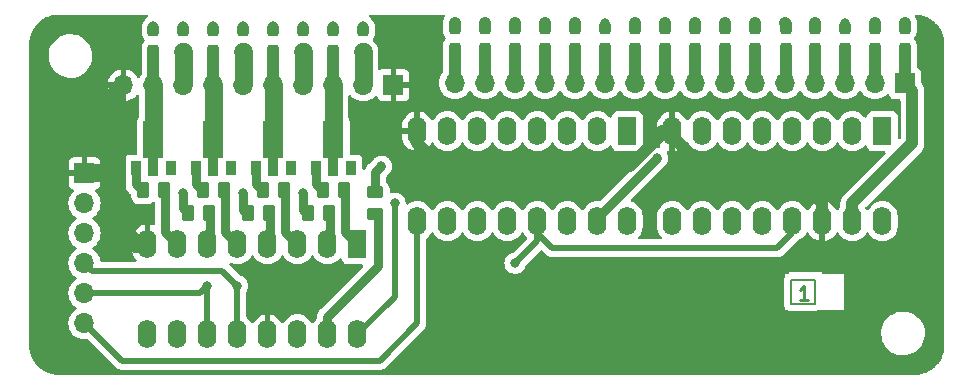
<source format=gtl>
%TF.GenerationSoftware,KiCad,Pcbnew,7.0.1-3b83917a11~172~ubuntu22.10.1*%
%TF.CreationDate,2023-10-02T08:25:49+02:00*%
%TF.ProjectId,hall_sensor_matrix_v2,68616c6c-5f73-4656-9e73-6f725f6d6174,revA*%
%TF.SameCoordinates,Original*%
%TF.FileFunction,Copper,L1,Top*%
%TF.FilePolarity,Positive*%
%FSLAX46Y46*%
G04 Gerber Fmt 4.6, Leading zero omitted, Abs format (unit mm)*
G04 Created by KiCad (PCBNEW 7.0.1-3b83917a11~172~ubuntu22.10.1) date 2023-10-02 08:25:49*
%MOMM*%
%LPD*%
G01*
G04 APERTURE LIST*
G04 Aperture macros list*
%AMRoundRect*
0 Rectangle with rounded corners*
0 $1 Rounding radius*
0 $2 $3 $4 $5 $6 $7 $8 $9 X,Y pos of 4 corners*
0 Add a 4 corners polygon primitive as box body*
4,1,4,$2,$3,$4,$5,$6,$7,$8,$9,$2,$3,0*
0 Add four circle primitives for the rounded corners*
1,1,$1+$1,$2,$3*
1,1,$1+$1,$4,$5*
1,1,$1+$1,$6,$7*
1,1,$1+$1,$8,$9*
0 Add four rect primitives between the rounded corners*
20,1,$1+$1,$2,$3,$4,$5,0*
20,1,$1+$1,$4,$5,$6,$7,0*
20,1,$1+$1,$6,$7,$8,$9,0*
20,1,$1+$1,$8,$9,$2,$3,0*%
%AMFreePoly0*
4,1,9,3.862500,-0.866500,0.737500,-0.866500,0.737500,-0.450000,-0.737500,-0.450000,-0.737500,0.450000,0.737500,0.450000,0.737500,0.866500,3.862500,0.866500,3.862500,-0.866500,3.862500,-0.866500,$1*%
G04 Aperture macros list end*
%ADD10C,0.240000*%
%TA.AperFunction,NonConductor*%
%ADD11C,0.240000*%
%TD*%
%TA.AperFunction,NonConductor*%
%ADD12C,0.200000*%
%TD*%
%TA.AperFunction,SMDPad,CuDef*%
%ADD13RoundRect,0.237500X-0.237500X0.287500X-0.237500X-0.287500X0.237500X-0.287500X0.237500X0.287500X0*%
%TD*%
%TA.AperFunction,SMDPad,CuDef*%
%ADD14RoundRect,0.237500X0.237500X-0.287500X0.237500X0.287500X-0.237500X0.287500X-0.237500X-0.287500X0*%
%TD*%
%TA.AperFunction,ComponentPad*%
%ADD15R,1.600000X2.400000*%
%TD*%
%TA.AperFunction,ComponentPad*%
%ADD16O,1.600000X2.400000*%
%TD*%
%TA.AperFunction,SMDPad,CuDef*%
%ADD17RoundRect,0.250000X0.262500X0.450000X-0.262500X0.450000X-0.262500X-0.450000X0.262500X-0.450000X0*%
%TD*%
%TA.AperFunction,SMDPad,CuDef*%
%ADD18R,0.900000X1.300000*%
%TD*%
%TA.AperFunction,SMDPad,CuDef*%
%ADD19FreePoly0,90.000000*%
%TD*%
%TA.AperFunction,SMDPad,CuDef*%
%ADD20RoundRect,0.250000X0.450000X-0.262500X0.450000X0.262500X-0.450000X0.262500X-0.450000X-0.262500X0*%
%TD*%
%TA.AperFunction,ComponentPad*%
%ADD21R,1.700000X1.700000*%
%TD*%
%TA.AperFunction,ComponentPad*%
%ADD22O,1.700000X1.700000*%
%TD*%
%TA.AperFunction,ViaPad*%
%ADD23C,0.800000*%
%TD*%
%TA.AperFunction,Conductor*%
%ADD24C,0.500000*%
%TD*%
%TA.AperFunction,Conductor*%
%ADD25C,1.000000*%
%TD*%
%TA.AperFunction,Conductor*%
%ADD26C,1.500000*%
%TD*%
%TA.AperFunction,Conductor*%
%ADD27C,0.800000*%
%TD*%
G04 APERTURE END LIST*
D10*
D11*
X103414285Y-83653142D02*
X102728571Y-83653142D01*
X103071428Y-83653142D02*
X103071428Y-82453142D01*
X103071428Y-82453142D02*
X102957142Y-82624571D01*
X102957142Y-82624571D02*
X102842857Y-82738857D01*
X102842857Y-82738857D02*
X102728571Y-82796000D01*
D12*
X102000000Y-82000000D02*
X104000000Y-82000000D01*
X104000000Y-84000000D01*
X102000000Y-84000000D01*
X102000000Y-82000000D01*
D13*
%TO.P,D4,1,K*%
%TO.N,Net-(D4-K)*%
X58193000Y-60800500D03*
%TO.P,D4,2,A*%
%TO.N,/C3*%
X58193000Y-62550500D03*
%TD*%
D14*
%TO.P,D19,1,K*%
%TO.N,/R10*%
X86260000Y-62381000D03*
%TO.P,D19,2,A*%
%TO.N,Net-(D19-A)*%
X86260000Y-60631000D03*
%TD*%
D13*
%TO.P,D2,1,K*%
%TO.N,Net-(D2-K)*%
X63273000Y-60800500D03*
%TO.P,D2,2,A*%
%TO.N,/C1*%
X63273000Y-62550500D03*
%TD*%
%TO.P,D8,1,K*%
%TO.N,Net-(D8-K)*%
X48033000Y-60800500D03*
%TO.P,D8,2,A*%
%TO.N,/C7*%
X48033000Y-62550500D03*
%TD*%
D15*
%TO.P,U1,1,QB*%
%TO.N,/d_C1*%
X65305000Y-78947500D03*
D16*
%TO.P,U1,2,QC*%
%TO.N,/d_C2*%
X62765000Y-78947500D03*
%TO.P,U1,3,QD*%
%TO.N,/d_C3*%
X60225000Y-78947500D03*
%TO.P,U1,4,QE*%
%TO.N,/d_C4*%
X57685000Y-78947500D03*
%TO.P,U1,5,QF*%
%TO.N,/d_C5*%
X55145000Y-78947500D03*
%TO.P,U1,6,QG*%
%TO.N,/d_C6*%
X52605000Y-78947500D03*
%TO.P,U1,7,QH*%
%TO.N,/d_C7*%
X50065000Y-78947500D03*
%TO.P,U1,8,GND*%
%TO.N,GND*%
X47525000Y-78947500D03*
%TO.P,U1,9,QHser*%
%TO.N,/Din_o*%
X47525000Y-86567500D03*
%TO.P,U1,10,~{SCLR}*%
%TO.N,+5V*%
X50065000Y-86567500D03*
%TO.P,U1,11,SCLK*%
%TO.N,/CLK*%
X52605000Y-86567500D03*
%TO.P,U1,12,RCLK*%
%TO.N,/Latch*%
X55145000Y-86567500D03*
%TO.P,U1,13,~{G}*%
%TO.N,GND*%
X57685000Y-86567500D03*
%TO.P,U1,14,SER*%
%TO.N,/Din*%
X60225000Y-86567500D03*
%TO.P,U1,15,QA*%
%TO.N,/d_C0*%
X62765000Y-86567500D03*
%TO.P,U1,16,VCC*%
%TO.N,+5V*%
X65305000Y-86567500D03*
%TD*%
D13*
%TO.P,D7,1,K*%
%TO.N,Net-(D7-K)*%
X50573000Y-60800500D03*
%TO.P,D7,2,A*%
%TO.N,/C6*%
X50573000Y-62550500D03*
%TD*%
D14*
%TO.P,D15,1,K*%
%TO.N,/R6*%
X96420000Y-62381000D03*
%TO.P,D15,2,A*%
%TO.N,Net-(D15-A)*%
X96420000Y-60631000D03*
%TD*%
D17*
%TO.P,R10,1*%
%TO.N,/d_C4*%
X57835500Y-76280500D03*
%TO.P,R10,2*%
%TO.N,Net-(Q5-G)*%
X56010500Y-76280500D03*
%TD*%
D14*
%TO.P,D23,1,K*%
%TO.N,/R14*%
X76100000Y-62381000D03*
%TO.P,D23,2,A*%
%TO.N,Net-(D23-A)*%
X76100000Y-60631000D03*
%TD*%
%TO.P,D22,1,K*%
%TO.N,/R13*%
X78640000Y-62381000D03*
%TO.P,D22,2,A*%
%TO.N,Net-(D22-A)*%
X78640000Y-60631000D03*
%TD*%
%TO.P,D20,1,K*%
%TO.N,/R11*%
X83720000Y-62381000D03*
%TO.P,D20,2,A*%
%TO.N,Net-(D20-A)*%
X83720000Y-60631000D03*
%TD*%
%TO.P,D14,1,K*%
%TO.N,/R5*%
X98960000Y-62381000D03*
%TO.P,D14,2,A*%
%TO.N,Net-(D14-A)*%
X98960000Y-60631000D03*
%TD*%
D18*
%TO.P,Q6,1,G*%
%TO.N,Net-(Q6-G)*%
X51613000Y-72515500D03*
D19*
%TO.P,Q6,2,D*%
%TO.N,/C5*%
X53113000Y-72428000D03*
D18*
%TO.P,Q6,3,S*%
%TO.N,+5V*%
X54613000Y-72515500D03*
%TD*%
%TO.P,Q8,1,G*%
%TO.N,Net-(Q8-G)*%
X46533000Y-72515500D03*
D19*
%TO.P,Q8,2,D*%
%TO.N,/C7*%
X48033000Y-72428000D03*
D18*
%TO.P,Q8,3,S*%
%TO.N,+5V*%
X49533000Y-72515500D03*
%TD*%
D14*
%TO.P,D11,1,K*%
%TO.N,/R2*%
X106580000Y-62381000D03*
%TO.P,D11,2,A*%
%TO.N,Net-(D11-A)*%
X106580000Y-60631000D03*
%TD*%
D17*
%TO.P,R4,1*%
%TO.N,/d_C1*%
X64185500Y-74375500D03*
%TO.P,R4,2*%
%TO.N,Net-(Q2-G)*%
X62360500Y-74375500D03*
%TD*%
D14*
%TO.P,D21,1,K*%
%TO.N,/R12*%
X81180000Y-62381000D03*
%TO.P,D21,2,A*%
%TO.N,Net-(D21-A)*%
X81180000Y-60631000D03*
%TD*%
D20*
%TO.P,R2,1*%
%TO.N,/d_C0*%
X66829000Y-76388500D03*
%TO.P,R2,2*%
%TO.N,Net-(Q1-G)*%
X66829000Y-74563500D03*
%TD*%
D21*
%TO.P,J3,1,Pin_1*%
%TO.N,/R0*%
X111660000Y-65316000D03*
D22*
%TO.P,J3,2,Pin_2*%
%TO.N,/R1*%
X109120000Y-65316000D03*
%TO.P,J3,3,Pin_3*%
%TO.N,/R2*%
X106580000Y-65316000D03*
%TO.P,J3,4,Pin_4*%
%TO.N,/R3*%
X104040000Y-65316000D03*
%TO.P,J3,5,Pin_5*%
%TO.N,/R4*%
X101500000Y-65316000D03*
%TO.P,J3,6,Pin_6*%
%TO.N,/R5*%
X98960000Y-65316000D03*
%TO.P,J3,7,Pin_7*%
%TO.N,/R6*%
X96420000Y-65316000D03*
%TO.P,J3,8,Pin_8*%
%TO.N,/R7*%
X93880000Y-65316000D03*
%TO.P,J3,9,Pin_9*%
%TO.N,/R8*%
X91340000Y-65316000D03*
%TO.P,J3,10,Pin_10*%
%TO.N,/R9*%
X88800000Y-65316000D03*
%TO.P,J3,11,Pin_11*%
%TO.N,/R10*%
X86260000Y-65316000D03*
%TO.P,J3,12,Pin_12*%
%TO.N,/R11*%
X83720000Y-65316000D03*
%TO.P,J3,13,Pin_13*%
%TO.N,/R12*%
X81180000Y-65316000D03*
%TO.P,J3,14,Pin_14*%
%TO.N,/R13*%
X78640000Y-65316000D03*
%TO.P,J3,15,Pin_15*%
%TO.N,/R14*%
X76100000Y-65316000D03*
%TO.P,J3,16,Pin_16*%
%TO.N,/R15*%
X73560000Y-65316000D03*
%TD*%
D13*
%TO.P,D1,1,K*%
%TO.N,Net-(D1-K)*%
X65813000Y-60800500D03*
%TO.P,D1,2,A*%
%TO.N,/C0*%
X65813000Y-62550500D03*
%TD*%
D15*
%TO.P,U3,1,B*%
%TO.N,/R9*%
X88150000Y-69380000D03*
D16*
%TO.P,U3,2,C*%
%TO.N,/R10*%
X85610000Y-69380000D03*
%TO.P,U3,3,D*%
%TO.N,/R11*%
X83070000Y-69380000D03*
%TO.P,U3,4,E*%
%TO.N,/R12*%
X80530000Y-69380000D03*
%TO.P,U3,5,F*%
%TO.N,/R13*%
X77990000Y-69380000D03*
%TO.P,U3,6,G*%
%TO.N,/R14*%
X75450000Y-69380000D03*
%TO.P,U3,7,H*%
%TO.N,/R15*%
X72910000Y-69380000D03*
%TO.P,U3,8,GND*%
%TO.N,GND*%
X70370000Y-69380000D03*
%TO.P,U3,9,QH*%
%TO.N,/Dout*%
X70370000Y-77000000D03*
%TO.P,U3,10,~{R}*%
%TO.N,+5V*%
X72910000Y-77000000D03*
%TO.P,U3,11,SCK*%
%TO.N,/CLK*%
X75450000Y-77000000D03*
%TO.P,U3,12,CLK*%
X77990000Y-77000000D03*
%TO.P,U3,13,~{SLoad}*%
%TO.N,/Latch*%
X80530000Y-77000000D03*
%TO.P,U3,14,SER*%
%TO.N,/Dout_1*%
X83070000Y-77000000D03*
%TO.P,U3,15,A*%
%TO.N,/R8*%
X85610000Y-77000000D03*
%TO.P,U3,16,VCC*%
%TO.N,+5V*%
X88150000Y-77000000D03*
%TD*%
D17*
%TO.P,R6,1*%
%TO.N,/d_C2*%
X62915500Y-76280500D03*
%TO.P,R6,2*%
%TO.N,Net-(Q3-G)*%
X61090500Y-76280500D03*
%TD*%
D13*
%TO.P,D6,1,K*%
%TO.N,Net-(D6-K)*%
X53113000Y-60800500D03*
%TO.P,D6,2,A*%
%TO.N,/C5*%
X53113000Y-62550500D03*
%TD*%
D18*
%TO.P,Q2,1,G*%
%TO.N,Net-(Q2-G)*%
X61773000Y-72515500D03*
D19*
%TO.P,Q2,2,D*%
%TO.N,/C1*%
X63273000Y-72428000D03*
D18*
%TO.P,Q2,3,S*%
%TO.N,+5V*%
X64773000Y-72515500D03*
%TD*%
D15*
%TO.P,U2,1,B*%
%TO.N,/R1*%
X109740000Y-69380000D03*
D16*
%TO.P,U2,2,C*%
%TO.N,/R2*%
X107200000Y-69380000D03*
%TO.P,U2,3,D*%
%TO.N,/R3*%
X104660000Y-69380000D03*
%TO.P,U2,4,E*%
%TO.N,/R4*%
X102120000Y-69380000D03*
%TO.P,U2,5,F*%
%TO.N,/R5*%
X99580000Y-69380000D03*
%TO.P,U2,6,G*%
%TO.N,/R6*%
X97040000Y-69380000D03*
%TO.P,U2,7,H*%
%TO.N,/R7*%
X94500000Y-69380000D03*
%TO.P,U2,8,GND*%
%TO.N,GND*%
X91960000Y-69380000D03*
%TO.P,U2,9,QH*%
%TO.N,/Dout_1*%
X91960000Y-77000000D03*
%TO.P,U2,10,~{R}*%
%TO.N,+5V*%
X94500000Y-77000000D03*
%TO.P,U2,11,SCK*%
%TO.N,/CLK*%
X97040000Y-77000000D03*
%TO.P,U2,12,CLK*%
X99580000Y-77000000D03*
%TO.P,U2,13,~{SLoad}*%
%TO.N,/Latch*%
X102120000Y-77000000D03*
%TO.P,U2,14,SER*%
%TO.N,GND*%
X104660000Y-77000000D03*
%TO.P,U2,15,A*%
%TO.N,/R0*%
X107200000Y-77000000D03*
%TO.P,U2,16,VCC*%
%TO.N,+5V*%
X109740000Y-77000000D03*
%TD*%
D17*
%TO.P,R8,1*%
%TO.N,/d_C3*%
X59105500Y-74375500D03*
%TO.P,R8,2*%
%TO.N,Net-(Q4-G)*%
X57280500Y-74375500D03*
%TD*%
D14*
%TO.P,D16,1,K*%
%TO.N,/R7*%
X93880000Y-62381000D03*
%TO.P,D16,2,A*%
%TO.N,Net-(D16-A)*%
X93880000Y-60631000D03*
%TD*%
%TO.P,D18,1,K*%
%TO.N,/R9*%
X88800000Y-62381000D03*
%TO.P,D18,2,A*%
%TO.N,Net-(D18-A)*%
X88800000Y-60631000D03*
%TD*%
D21*
%TO.P,J1,1,Pin_1*%
%TO.N,GND*%
X42191000Y-72936000D03*
D22*
%TO.P,J1,2,Pin_2*%
%TO.N,+5V*%
X42191000Y-75476000D03*
%TO.P,J1,3,Pin_3*%
%TO.N,/Din*%
X42191000Y-78016000D03*
%TO.P,J1,4,Pin_4*%
%TO.N,/Latch*%
X42191000Y-80556000D03*
%TO.P,J1,5,Pin_5*%
%TO.N,/CLK*%
X42191000Y-83096000D03*
%TO.P,J1,6,Pin_6*%
%TO.N,/Dout*%
X42191000Y-85636000D03*
%TD*%
D14*
%TO.P,D24,1,K*%
%TO.N,/R15*%
X73525000Y-62381000D03*
%TO.P,D24,2,A*%
%TO.N,Net-(D24-A)*%
X73525000Y-60631000D03*
%TD*%
D13*
%TO.P,D3,1,K*%
%TO.N,Net-(D3-K)*%
X60733000Y-60800500D03*
%TO.P,D3,2,A*%
%TO.N,/C2*%
X60733000Y-62550500D03*
%TD*%
D14*
%TO.P,D13,1,K*%
%TO.N,/R4*%
X101550000Y-62381000D03*
%TO.P,D13,2,A*%
%TO.N,Net-(D13-A)*%
X101550000Y-60631000D03*
%TD*%
D17*
%TO.P,R12,1*%
%TO.N,/d_C5*%
X54025500Y-74375500D03*
%TO.P,R12,2*%
%TO.N,Net-(Q6-G)*%
X52200500Y-74375500D03*
%TD*%
D13*
%TO.P,D5,1,K*%
%TO.N,Net-(D5-K)*%
X55653000Y-60800500D03*
%TO.P,D5,2,A*%
%TO.N,/C4*%
X55653000Y-62550500D03*
%TD*%
D21*
%TO.P,J2,1,Pin_1*%
%TO.N,GND*%
X68353000Y-65485500D03*
D22*
%TO.P,J2,2,Pin_2*%
%TO.N,/C0*%
X65813000Y-65485500D03*
%TO.P,J2,3,Pin_3*%
%TO.N,/C1*%
X63273000Y-65485500D03*
%TO.P,J2,4,Pin_4*%
%TO.N,/C2*%
X60733000Y-65485500D03*
%TO.P,J2,5,Pin_5*%
%TO.N,/C3*%
X58193000Y-65485500D03*
%TO.P,J2,6,Pin_6*%
%TO.N,/C4*%
X55653000Y-65485500D03*
%TO.P,J2,7,Pin_7*%
%TO.N,/C5*%
X53113000Y-65485500D03*
%TO.P,J2,8,Pin_8*%
%TO.N,/C6*%
X50573000Y-65485500D03*
%TO.P,J2,9,Pin_9*%
%TO.N,/C7*%
X48033000Y-65485500D03*
%TO.P,J2,10,Pin_10*%
%TO.N,GND*%
X45493000Y-65485500D03*
%TD*%
D14*
%TO.P,D9,1,K*%
%TO.N,/R0*%
X111660000Y-62381000D03*
%TO.P,D9,2,A*%
%TO.N,Net-(D9-A)*%
X111660000Y-60631000D03*
%TD*%
D17*
%TO.P,R16,1*%
%TO.N,/d_C7*%
X48945500Y-74375500D03*
%TO.P,R16,2*%
%TO.N,Net-(Q8-G)*%
X47120500Y-74375500D03*
%TD*%
D14*
%TO.P,D10,1,K*%
%TO.N,/R1*%
X109120000Y-62381000D03*
%TO.P,D10,2,A*%
%TO.N,Net-(D10-A)*%
X109120000Y-60631000D03*
%TD*%
%TO.P,D17,1,K*%
%TO.N,/R8*%
X91340000Y-62381000D03*
%TO.P,D17,2,A*%
%TO.N,Net-(D17-A)*%
X91340000Y-60631000D03*
%TD*%
%TO.P,D12,1,K*%
%TO.N,/R3*%
X104040000Y-62381000D03*
%TO.P,D12,2,A*%
%TO.N,Net-(D12-A)*%
X104040000Y-60631000D03*
%TD*%
D18*
%TO.P,Q4,1,G*%
%TO.N,Net-(Q4-G)*%
X56693000Y-72515500D03*
D19*
%TO.P,Q4,2,D*%
%TO.N,/C3*%
X58193000Y-72428000D03*
D18*
%TO.P,Q4,3,S*%
%TO.N,+5V*%
X59693000Y-72515500D03*
%TD*%
D17*
%TO.P,R14,1*%
%TO.N,/d_C6*%
X52755500Y-76280500D03*
%TO.P,R14,2*%
%TO.N,Net-(Q7-G)*%
X50930500Y-76280500D03*
%TD*%
D23*
%TO.N,+5V*%
X59717000Y-72597500D03*
X64797000Y-72597500D03*
X54637000Y-72597500D03*
X49557000Y-72597500D03*
X68480000Y-75476000D03*
%TO.N,Net-(D1-K)*%
X65813000Y-60490000D03*
%TO.N,Net-(D2-K)*%
X63273000Y-60490000D03*
%TO.N,Net-(D3-K)*%
X60733000Y-60490000D03*
%TO.N,Net-(D4-K)*%
X58193000Y-60490000D03*
%TO.N,Net-(D5-K)*%
X55653000Y-60490000D03*
%TO.N,Net-(D6-K)*%
X53113000Y-60490000D03*
%TO.N,Net-(D7-K)*%
X50573000Y-60490000D03*
%TO.N,Net-(D8-K)*%
X48033000Y-60490000D03*
%TO.N,/Latch*%
X78640000Y-80556000D03*
X55145000Y-82461000D03*
%TO.N,/CLK*%
X52605000Y-82461000D03*
%TO.N,/R8*%
X90705000Y-71666000D03*
%TO.N,Net-(Q1-G)*%
X67337000Y-72343500D03*
%TO.N,Net-(Q3-G)*%
X60733000Y-74629500D03*
%TO.N,Net-(Q5-G)*%
X55653000Y-74629500D03*
%TO.N,Net-(Q7-G)*%
X50573000Y-74629500D03*
%TO.N,Net-(D9-A)*%
X111660000Y-60236000D03*
%TO.N,Net-(D10-A)*%
X109120000Y-60236000D03*
%TO.N,Net-(D11-A)*%
X106580000Y-60236000D03*
%TO.N,Net-(D12-A)*%
X104040000Y-60236000D03*
%TO.N,Net-(D13-A)*%
X101500000Y-60236000D03*
%TO.N,Net-(D14-A)*%
X98960000Y-60236000D03*
%TO.N,Net-(D15-A)*%
X96420000Y-60236000D03*
%TO.N,Net-(D16-A)*%
X93880000Y-60236000D03*
%TO.N,Net-(D17-A)*%
X91340000Y-60236000D03*
%TO.N,Net-(D18-A)*%
X88800000Y-60236000D03*
%TO.N,Net-(D19-A)*%
X86260000Y-60236000D03*
%TO.N,Net-(D20-A)*%
X83720000Y-60236000D03*
%TO.N,Net-(D21-A)*%
X81180000Y-60236000D03*
%TO.N,Net-(D22-A)*%
X78640000Y-60236000D03*
%TO.N,Net-(D23-A)*%
X76100000Y-60236000D03*
%TO.N,Net-(D24-A)*%
X73560000Y-60236000D03*
%TD*%
D24*
%TO.N,+5V*%
X68480000Y-75476000D02*
X68480000Y-83392500D01*
X68480000Y-83392500D02*
X65305000Y-86567500D01*
D25*
%TO.N,GND*%
X91960000Y-69746000D02*
X95785000Y-73571000D01*
X91086000Y-69380000D02*
X91086000Y-69629000D01*
X88414000Y-72301000D02*
X72290000Y-72301000D01*
X91960000Y-69380000D02*
X91960000Y-69746000D01*
D26*
X44985000Y-65993500D02*
X45493000Y-65485500D01*
X47525000Y-78947500D02*
X46551500Y-78947500D01*
X44985000Y-77381000D02*
X44985000Y-72936000D01*
D25*
X104660000Y-75461000D02*
X104660000Y-77000000D01*
X70370000Y-70381000D02*
X70370000Y-69380000D01*
X102770000Y-73571000D02*
X104660000Y-75461000D01*
D26*
X46551500Y-78947500D02*
X44985000Y-77381000D01*
D25*
X95785000Y-73571000D02*
X102770000Y-73571000D01*
X72290000Y-72301000D02*
X70370000Y-70381000D01*
X91960000Y-69380000D02*
X91086000Y-69380000D01*
D26*
X44985000Y-72936000D02*
X44985000Y-65993500D01*
X42191000Y-72936000D02*
X44985000Y-72936000D01*
D25*
X91086000Y-69629000D02*
X88414000Y-72301000D01*
D26*
%TO.N,/C0*%
X65818000Y-62705500D02*
X65813000Y-62700500D01*
X65818000Y-65485500D02*
X65818000Y-62705500D01*
D25*
%TO.N,/C1*%
X63273000Y-65480500D02*
X63278000Y-65485500D01*
D26*
X63278000Y-65485500D02*
X63278000Y-68528500D01*
D25*
X63273000Y-62700500D02*
X63273000Y-65480500D01*
D26*
%TO.N,/C2*%
X60738000Y-65485500D02*
X60738000Y-62705500D01*
X60738000Y-62705500D02*
X60733000Y-62700500D01*
D25*
%TO.N,/C3*%
X58193000Y-62700500D02*
X58193000Y-65480500D01*
X58193000Y-65480500D02*
X58198000Y-65485500D01*
D26*
X58198000Y-65485500D02*
X58198000Y-68528500D01*
%TO.N,/C4*%
X55658000Y-65485500D02*
X55658000Y-62705500D01*
X55658000Y-62705500D02*
X55653000Y-62700500D01*
%TO.N,/C5*%
X53118000Y-65485500D02*
X53118000Y-68528500D01*
D25*
X53113000Y-65480500D02*
X53118000Y-65485500D01*
X53113000Y-62700500D02*
X53113000Y-65480500D01*
D26*
%TO.N,/C6*%
X50578000Y-65485500D02*
X50578000Y-62705500D01*
X50578000Y-62705500D02*
X50573000Y-62700500D01*
D25*
%TO.N,/C7*%
X48033000Y-65480500D02*
X48038000Y-65485500D01*
X48033000Y-62700500D02*
X48033000Y-65480500D01*
D26*
X48038000Y-65485500D02*
X48038000Y-68528500D01*
D24*
%TO.N,/Dout*%
X70370000Y-77000000D02*
X70370000Y-85651000D01*
X70370000Y-85651000D02*
X67210000Y-88811000D01*
X42191000Y-85636000D02*
X45366000Y-88811000D01*
X45366000Y-88811000D02*
X67210000Y-88811000D01*
%TO.N,/Latch*%
X100865000Y-79286000D02*
X81815000Y-79286000D01*
X80530000Y-78666000D02*
X78640000Y-80556000D01*
X102120000Y-77000000D02*
X102120000Y-78031000D01*
X53875000Y-81191000D02*
X55145000Y-82461000D01*
X102120000Y-78031000D02*
X100865000Y-79286000D01*
X80530000Y-77000000D02*
X80530000Y-78666000D01*
X42826000Y-81191000D02*
X53875000Y-81191000D01*
X80530000Y-78001000D02*
X80530000Y-77000000D01*
X42191000Y-80556000D02*
X42826000Y-81191000D01*
X81815000Y-79286000D02*
X80530000Y-78001000D01*
X55145000Y-82461000D02*
X55145000Y-86567500D01*
%TO.N,/CLK*%
X51970000Y-83096000D02*
X52605000Y-82461000D01*
X42191000Y-83096000D02*
X51970000Y-83096000D01*
X52605000Y-82461000D02*
X52605000Y-86567500D01*
D25*
%TO.N,/R0*%
X112295000Y-70396000D02*
X112295000Y-65951000D01*
X107200000Y-75491000D02*
X112295000Y-70396000D01*
X111660000Y-65316000D02*
X111660000Y-62381000D01*
X107200000Y-77000000D02*
X107200000Y-75491000D01*
X112295000Y-65951000D02*
X111660000Y-65316000D01*
%TO.N,/R1*%
X109120000Y-62381000D02*
X109120000Y-65316000D01*
%TO.N,/R2*%
X106580000Y-62381000D02*
X106580000Y-64681000D01*
%TO.N,/R3*%
X104040000Y-65316000D02*
X104040000Y-62381000D01*
%TO.N,/R4*%
X101550000Y-65266000D02*
X101500000Y-65316000D01*
X101550000Y-62381000D02*
X101550000Y-65266000D01*
%TO.N,/R5*%
X98960000Y-62381000D02*
X98960000Y-65316000D01*
%TO.N,/R6*%
X96420000Y-65316000D02*
X96420000Y-62381000D01*
%TO.N,/R7*%
X93880000Y-62381000D02*
X93880000Y-65316000D01*
D27*
%TO.N,/R8*%
X85610000Y-76761000D02*
X90705000Y-71666000D01*
D25*
X91340000Y-65316000D02*
X91340000Y-62381000D01*
D27*
X85610000Y-77000000D02*
X85610000Y-76761000D01*
D25*
%TO.N,/R9*%
X88800000Y-62381000D02*
X88800000Y-65316000D01*
%TO.N,/R10*%
X86260000Y-65316000D02*
X86260000Y-62381000D01*
%TO.N,/R11*%
X83720000Y-62381000D02*
X83720000Y-65316000D01*
%TO.N,/R12*%
X81180000Y-62381000D02*
X81180000Y-65316000D01*
%TO.N,/R13*%
X78640000Y-62381000D02*
X78640000Y-65316000D01*
%TO.N,/R14*%
X76100000Y-62381000D02*
X76100000Y-65316000D01*
%TO.N,/R15*%
X73525000Y-65281000D02*
X73560000Y-65316000D01*
X73525000Y-62381000D02*
X73525000Y-65281000D01*
D27*
%TO.N,/d_C0*%
X62765000Y-85128000D02*
X67083000Y-80810000D01*
X62765000Y-86567500D02*
X62765000Y-85128000D01*
X67083000Y-76730000D02*
X66829000Y-76476000D01*
X67083000Y-80810000D02*
X67083000Y-76730000D01*
%TO.N,Net-(Q1-G)*%
X66829000Y-72851500D02*
X67337000Y-72343500D01*
X66829000Y-74476000D02*
X66829000Y-72851500D01*
%TO.N,/d_C1*%
X64273000Y-77915500D02*
X65305000Y-78947500D01*
X64273000Y-74375500D02*
X64273000Y-77915500D01*
%TO.N,Net-(Q2-G)*%
X61773000Y-73875500D02*
X62273000Y-74375500D01*
X61773000Y-72515500D02*
X61773000Y-73875500D01*
%TO.N,/d_C2*%
X63003000Y-76280500D02*
X63003000Y-78709500D01*
X63003000Y-78709500D02*
X62765000Y-78947500D01*
%TO.N,Net-(Q3-G)*%
X60733000Y-74629500D02*
X60733000Y-76010500D01*
X60733000Y-76010500D02*
X61003000Y-76280500D01*
%TO.N,/d_C3*%
X59193000Y-77915500D02*
X60225000Y-78947500D01*
X59193000Y-74375500D02*
X59193000Y-77915500D01*
%TO.N,Net-(Q4-G)*%
X56693000Y-72515500D02*
X56693000Y-73875500D01*
X56693000Y-73875500D02*
X57193000Y-74375500D01*
%TO.N,/d_C4*%
X57923000Y-76280500D02*
X57923000Y-78709500D01*
X57923000Y-78709500D02*
X57685000Y-78947500D01*
%TO.N,Net-(Q5-G)*%
X55653000Y-74629500D02*
X55653000Y-76010500D01*
X55653000Y-76010500D02*
X55923000Y-76280500D01*
%TO.N,/d_C5*%
X54113000Y-77915500D02*
X55145000Y-78947500D01*
X54113000Y-74375500D02*
X54113000Y-77915500D01*
%TO.N,Net-(Q6-G)*%
X51613000Y-73875500D02*
X52113000Y-74375500D01*
X51613000Y-72515500D02*
X51613000Y-73875500D01*
%TO.N,/d_C6*%
X52843000Y-76280500D02*
X52843000Y-78709500D01*
X52843000Y-78709500D02*
X52605000Y-78947500D01*
%TO.N,Net-(Q7-G)*%
X50843000Y-76169500D02*
X50573000Y-75899500D01*
X50573000Y-75899500D02*
X50573000Y-74629500D01*
X50843000Y-76280500D02*
X50843000Y-76169500D01*
%TO.N,/d_C7*%
X49033000Y-74375500D02*
X49033000Y-77915500D01*
X49033000Y-77915500D02*
X50065000Y-78947500D01*
%TO.N,Net-(Q8-G)*%
X46533000Y-73875500D02*
X47033000Y-74375500D01*
X46533000Y-72515500D02*
X46533000Y-73875500D01*
D25*
%TO.N,Net-(D9-A)*%
X111660000Y-60631000D02*
X111660000Y-60236000D01*
%TO.N,Net-(D10-A)*%
X109120000Y-60631000D02*
X109120000Y-60236000D01*
%TO.N,Net-(D12-A)*%
X104040000Y-60631000D02*
X104040000Y-60236000D01*
%TO.N,Net-(D13-A)*%
X101550000Y-60631000D02*
X101550000Y-60286000D01*
X101550000Y-60286000D02*
X101500000Y-60236000D01*
%TO.N,Net-(D14-A)*%
X98960000Y-60631000D02*
X98960000Y-60236000D01*
%TO.N,Net-(D15-A)*%
X96420000Y-60631000D02*
X96420000Y-60236000D01*
%TO.N,Net-(D16-A)*%
X93880000Y-60631000D02*
X93880000Y-60236000D01*
%TO.N,Net-(D17-A)*%
X91340000Y-60631000D02*
X91340000Y-60236000D01*
%TO.N,Net-(D18-A)*%
X88800000Y-60631000D02*
X88800000Y-60236000D01*
%TO.N,Net-(D20-A)*%
X83720000Y-60631000D02*
X83720000Y-60236000D01*
%TO.N,Net-(D21-A)*%
X81180000Y-60631000D02*
X81180000Y-60236000D01*
%TO.N,Net-(D22-A)*%
X78640000Y-60631000D02*
X78640000Y-60236000D01*
%TO.N,Net-(D23-A)*%
X76100000Y-60631000D02*
X76100000Y-60236000D01*
%TO.N,Net-(D24-A)*%
X73525000Y-60631000D02*
X73525000Y-60271000D01*
X73525000Y-60271000D02*
X73560000Y-60236000D01*
%TD*%
%TA.AperFunction,Conductor*%
%TO.N,GND*%
G36*
X47541012Y-59515838D02*
G01*
X47585972Y-59558057D01*
X47605030Y-59616714D01*
X47593474Y-59677297D01*
X47554160Y-59724818D01*
X47427129Y-59817110D01*
X47300463Y-59957788D01*
X47299664Y-59959173D01*
X47279967Y-59984841D01*
X47212660Y-60052149D01*
X47122091Y-60198985D01*
X47067825Y-60362746D01*
X47057500Y-60463823D01*
X47057500Y-61137176D01*
X47067825Y-61238252D01*
X47122091Y-61402015D01*
X47212661Y-61548852D01*
X47251628Y-61587819D01*
X47283722Y-61643406D01*
X47283722Y-61707594D01*
X47251628Y-61763181D01*
X47212661Y-61802147D01*
X47122091Y-61948984D01*
X47067825Y-62112746D01*
X47057500Y-62213823D01*
X47057500Y-62464494D01*
X47054962Y-62489454D01*
X47032500Y-62598759D01*
X47032500Y-64524742D01*
X47023061Y-64572195D01*
X46996181Y-64612423D01*
X46994508Y-64614095D01*
X46994507Y-64614097D01*
X46994505Y-64614099D01*
X46971782Y-64646551D01*
X46864269Y-64800096D01*
X46819951Y-64838961D01*
X46762694Y-64852972D01*
X46705437Y-64838961D01*
X46661119Y-64800095D01*
X46531109Y-64614421D01*
X46364081Y-64447393D01*
X46170576Y-64311899D01*
X45956492Y-64212069D01*
X45743000Y-64154864D01*
X45743000Y-66816135D01*
X45956492Y-66758930D01*
X46170576Y-66659100D01*
X46364081Y-66523606D01*
X46531110Y-66356577D01*
X46561926Y-66312569D01*
X46609143Y-66272242D01*
X46669990Y-66259863D01*
X46729210Y-66278535D01*
X46771953Y-66323577D01*
X46787500Y-66383693D01*
X46787500Y-68193821D01*
X46780919Y-68233680D01*
X46761875Y-68269308D01*
X46728596Y-68312677D01*
X46678083Y-68434627D01*
X46660853Y-68565499D01*
X46660853Y-71241000D01*
X46644240Y-71303000D01*
X46598853Y-71348387D01*
X46536853Y-71365000D01*
X46035130Y-71365000D01*
X45975515Y-71371409D01*
X45840669Y-71421704D01*
X45725454Y-71507954D01*
X45639204Y-71623168D01*
X45588909Y-71758016D01*
X45582500Y-71817630D01*
X45582500Y-73213369D01*
X45588909Y-73272983D01*
X45624682Y-73368896D01*
X45632500Y-73412229D01*
X45632500Y-73794874D01*
X45630973Y-73814273D01*
X45628781Y-73828111D01*
X45632330Y-73895837D01*
X45632500Y-73902326D01*
X45632500Y-73922698D01*
X45634627Y-73942945D01*
X45635136Y-73949409D01*
X45638686Y-74017145D01*
X45642315Y-74030687D01*
X45645860Y-74049815D01*
X45647325Y-74063754D01*
X45668282Y-74128254D01*
X45670125Y-74134476D01*
X45687679Y-74199987D01*
X45694042Y-74212474D01*
X45701489Y-74230453D01*
X45705820Y-74243783D01*
X45739725Y-74302508D01*
X45742823Y-74308213D01*
X45773615Y-74368646D01*
X45773617Y-74368649D01*
X45782439Y-74379543D01*
X45793458Y-74395576D01*
X45800466Y-74407715D01*
X45845855Y-74458126D01*
X45850066Y-74463056D01*
X45862883Y-74478882D01*
X45877274Y-74493273D01*
X45881743Y-74497982D01*
X45927129Y-74548388D01*
X45938466Y-74556624D01*
X45953262Y-74569261D01*
X46071182Y-74687182D01*
X46098061Y-74727410D01*
X46107500Y-74774862D01*
X46107500Y-74875508D01*
X46118000Y-74978296D01*
X46173186Y-75144834D01*
X46265288Y-75294157D01*
X46389342Y-75418211D01*
X46431001Y-75443906D01*
X46538666Y-75510314D01*
X46648324Y-75546651D01*
X46705202Y-75565499D01*
X46714729Y-75566472D01*
X46807991Y-75576000D01*
X47433008Y-75575999D01*
X47535797Y-75565499D01*
X47702334Y-75510314D01*
X47851656Y-75418212D01*
X47920820Y-75349047D01*
X47970181Y-75318799D01*
X48027897Y-75314257D01*
X48081385Y-75336412D01*
X48118985Y-75380435D01*
X48132500Y-75436730D01*
X48132500Y-77202820D01*
X48119712Y-77257664D01*
X48083986Y-77301196D01*
X48032691Y-77324437D01*
X47976406Y-77322595D01*
X47775000Y-77268628D01*
X47775000Y-79073500D01*
X47758387Y-79135500D01*
X47713000Y-79180887D01*
X47651000Y-79197500D01*
X46225000Y-79197500D01*
X46225000Y-79404265D01*
X46239858Y-79574102D01*
X46298733Y-79793826D01*
X46394865Y-79999980D01*
X46525341Y-80186319D01*
X46567841Y-80228819D01*
X46598091Y-80278182D01*
X46602633Y-80335898D01*
X46580478Y-80389385D01*
X46536455Y-80426985D01*
X46480160Y-80440500D01*
X43650179Y-80440500D01*
X43591328Y-80425645D01*
X43546578Y-80384639D01*
X43526651Y-80327307D01*
X43526063Y-80320592D01*
X43510893Y-80263975D01*
X43464903Y-80092337D01*
X43365035Y-79878171D01*
X43229495Y-79684599D01*
X43062401Y-79517505D01*
X42876839Y-79387573D01*
X42837975Y-79343257D01*
X42823964Y-79286000D01*
X42837975Y-79228743D01*
X42876839Y-79184426D01*
X43062401Y-79054495D01*
X43229495Y-78887401D01*
X43362465Y-78697500D01*
X46225000Y-78697500D01*
X47275000Y-78697500D01*
X47275000Y-77268628D01*
X47274999Y-77268628D01*
X47078673Y-77321233D01*
X46872519Y-77417365D01*
X46686180Y-77547841D01*
X46525341Y-77708680D01*
X46394865Y-77895019D01*
X46298733Y-78101173D01*
X46239858Y-78320897D01*
X46225000Y-78490735D01*
X46225000Y-78697500D01*
X43362465Y-78697500D01*
X43365035Y-78693830D01*
X43464903Y-78479663D01*
X43526063Y-78251408D01*
X43546659Y-78016000D01*
X43526063Y-77780592D01*
X43464903Y-77552337D01*
X43365035Y-77338171D01*
X43229495Y-77144599D01*
X43062401Y-76977505D01*
X42876839Y-76847573D01*
X42837975Y-76803257D01*
X42823964Y-76746000D01*
X42837975Y-76688743D01*
X42876839Y-76644426D01*
X43062401Y-76514495D01*
X43229495Y-76347401D01*
X43365035Y-76153830D01*
X43464903Y-75939663D01*
X43526063Y-75711408D01*
X43546659Y-75476000D01*
X43526063Y-75240592D01*
X43464903Y-75012337D01*
X43365035Y-74798171D01*
X43229495Y-74604599D01*
X43107181Y-74482285D01*
X43075885Y-74429539D01*
X43073696Y-74368246D01*
X43101149Y-74313401D01*
X43151528Y-74278422D01*
X43283089Y-74229352D01*
X43398188Y-74143188D01*
X43484352Y-74028089D01*
X43534597Y-73893375D01*
X43541000Y-73833824D01*
X43541000Y-73186000D01*
X40841000Y-73186000D01*
X40841000Y-73833824D01*
X40847402Y-73893375D01*
X40897647Y-74028089D01*
X40983811Y-74143188D01*
X41098911Y-74229352D01*
X41230471Y-74278422D01*
X41280850Y-74313401D01*
X41308303Y-74368246D01*
X41306114Y-74429539D01*
X41274819Y-74482285D01*
X41152503Y-74604601D01*
X41016965Y-74798170D01*
X40917097Y-75012336D01*
X40855936Y-75240592D01*
X40835340Y-75476000D01*
X40855936Y-75711407D01*
X40892041Y-75846152D01*
X40917097Y-75939663D01*
X41016965Y-76153830D01*
X41152505Y-76347401D01*
X41319599Y-76514495D01*
X41505160Y-76644426D01*
X41544024Y-76688743D01*
X41558035Y-76746000D01*
X41544024Y-76803257D01*
X41505158Y-76847575D01*
X41329841Y-76970334D01*
X41319595Y-76977508D01*
X41152505Y-77144598D01*
X41016965Y-77338170D01*
X40917097Y-77552336D01*
X40855936Y-77780592D01*
X40835340Y-78016000D01*
X40855936Y-78251407D01*
X40895497Y-78399049D01*
X40917097Y-78479663D01*
X41016965Y-78693830D01*
X41152505Y-78887401D01*
X41319599Y-79054495D01*
X41505160Y-79184426D01*
X41544024Y-79228743D01*
X41558035Y-79286000D01*
X41544024Y-79343257D01*
X41505158Y-79387575D01*
X41369525Y-79482547D01*
X41319595Y-79517508D01*
X41152505Y-79684598D01*
X41016965Y-79878170D01*
X40917097Y-80092336D01*
X40855936Y-80320592D01*
X40835340Y-80555999D01*
X40855936Y-80791407D01*
X40900709Y-80958502D01*
X40917097Y-81019663D01*
X41016965Y-81233830D01*
X41152505Y-81427401D01*
X41319599Y-81594495D01*
X41505160Y-81724426D01*
X41544024Y-81768743D01*
X41558035Y-81826000D01*
X41544024Y-81883257D01*
X41505158Y-81927575D01*
X41333907Y-82047487D01*
X41319595Y-82057508D01*
X41152505Y-82224598D01*
X41016965Y-82418170D01*
X40917097Y-82632336D01*
X40855936Y-82860592D01*
X40835340Y-83095999D01*
X40855936Y-83331407D01*
X40889952Y-83458356D01*
X40917097Y-83559663D01*
X41016965Y-83773830D01*
X41152505Y-83967401D01*
X41319599Y-84134495D01*
X41505160Y-84264426D01*
X41544024Y-84308743D01*
X41558035Y-84366000D01*
X41544024Y-84423257D01*
X41505158Y-84467575D01*
X41423682Y-84524626D01*
X41319595Y-84597508D01*
X41152505Y-84764598D01*
X41016965Y-84958170D01*
X40917097Y-85172336D01*
X40855936Y-85400592D01*
X40835340Y-85635999D01*
X40855936Y-85871407D01*
X40884084Y-85976457D01*
X40917097Y-86099663D01*
X41016965Y-86313830D01*
X41152505Y-86507401D01*
X41319599Y-86674495D01*
X41513170Y-86810035D01*
X41727337Y-86909903D01*
X41925396Y-86962972D01*
X41955592Y-86971063D01*
X42190999Y-86991659D01*
X42190999Y-86991658D01*
X42191000Y-86991659D01*
X42404014Y-86973022D01*
X42457230Y-86980028D01*
X42502501Y-87008869D01*
X44790269Y-89296637D01*
X44802051Y-89310270D01*
X44816389Y-89329529D01*
X44854337Y-89361372D01*
X44862311Y-89368680D01*
X44866221Y-89372590D01*
X44890537Y-89391816D01*
X44893336Y-89394096D01*
X44951752Y-89443113D01*
X44968179Y-89453578D01*
X45037320Y-89485819D01*
X45040567Y-89487391D01*
X45108699Y-89521609D01*
X45127087Y-89528000D01*
X45128323Y-89528255D01*
X45128327Y-89528257D01*
X45201895Y-89543447D01*
X45205242Y-89544189D01*
X45278279Y-89561500D01*
X45278281Y-89561500D01*
X45279509Y-89561791D01*
X45298878Y-89563770D01*
X45300140Y-89563733D01*
X45300144Y-89563734D01*
X45372533Y-89561627D01*
X45375131Y-89561552D01*
X45378737Y-89561500D01*
X67146294Y-89561500D01*
X67164264Y-89562809D01*
X67168320Y-89563402D01*
X67188023Y-89566289D01*
X67237368Y-89561972D01*
X67248176Y-89561500D01*
X67253706Y-89561500D01*
X67253709Y-89561500D01*
X67284550Y-89557894D01*
X67288031Y-89557539D01*
X67362797Y-89550999D01*
X67362797Y-89550998D01*
X67364052Y-89550889D01*
X67383062Y-89546674D01*
X67384250Y-89546241D01*
X67384255Y-89546241D01*
X67454820Y-89520557D01*
X67458095Y-89519419D01*
X67529334Y-89495814D01*
X67529336Y-89495812D01*
X67530536Y-89495415D01*
X67548063Y-89486929D01*
X67549112Y-89486238D01*
X67549117Y-89486237D01*
X67611806Y-89445005D01*
X67614798Y-89443099D01*
X67678656Y-89403712D01*
X67678656Y-89403711D01*
X67679729Y-89403050D01*
X67694824Y-89390753D01*
X67695692Y-89389832D01*
X67695696Y-89389830D01*
X67747184Y-89335254D01*
X67749630Y-89332736D01*
X70514602Y-86567764D01*
X109645787Y-86567764D01*
X109675413Y-86837016D01*
X109743928Y-87099087D01*
X109849871Y-87348392D01*
X109990982Y-87579611D01*
X110080253Y-87686881D01*
X110164255Y-87787820D01*
X110365998Y-87968582D01*
X110591910Y-88118044D01*
X110698211Y-88167875D01*
X110837177Y-88233021D01*
X111096562Y-88311058D01*
X111096569Y-88311060D01*
X111364561Y-88350500D01*
X111567631Y-88350500D01*
X111567634Y-88350500D01*
X111770156Y-88335677D01*
X111770155Y-88335677D01*
X112034553Y-88276780D01*
X112287558Y-88180014D01*
X112523777Y-88047441D01*
X112738177Y-87881888D01*
X112926186Y-87686881D01*
X113083799Y-87466579D01*
X113207656Y-87225675D01*
X113295118Y-86969305D01*
X113344319Y-86702933D01*
X113354212Y-86432235D01*
X113324586Y-86162982D01*
X113256072Y-85900912D01*
X113150130Y-85651610D01*
X113066769Y-85515019D01*
X113009017Y-85420388D01*
X112835746Y-85212181D01*
X112794682Y-85175388D01*
X112634002Y-85031418D01*
X112408090Y-84881956D01*
X112380489Y-84869017D01*
X112162822Y-84766978D01*
X111903437Y-84688941D01*
X111903431Y-84688940D01*
X111635439Y-84649500D01*
X111432369Y-84649500D01*
X111432366Y-84649500D01*
X111229843Y-84664322D01*
X110965449Y-84723219D01*
X110712441Y-84819986D01*
X110476223Y-84952559D01*
X110261825Y-85118109D01*
X110073813Y-85313120D01*
X109916201Y-85533420D01*
X109792342Y-85774329D01*
X109704881Y-86030695D01*
X109655680Y-86297066D01*
X109645787Y-86567764D01*
X70514602Y-86567764D01*
X70855642Y-86226724D01*
X70869260Y-86214954D01*
X70888530Y-86200610D01*
X70920376Y-86162656D01*
X70927662Y-86154704D01*
X70931591Y-86150777D01*
X70950833Y-86126439D01*
X70953090Y-86123670D01*
X70973235Y-86099662D01*
X71001302Y-86066214D01*
X71001303Y-86066211D01*
X71002115Y-86065244D01*
X71012573Y-86048827D01*
X71013106Y-86047682D01*
X71013111Y-86047677D01*
X71044833Y-85979646D01*
X71046362Y-85976488D01*
X71080040Y-85909433D01*
X71080040Y-85909432D01*
X71080612Y-85908294D01*
X71087000Y-85889914D01*
X71087255Y-85888675D01*
X71087257Y-85888673D01*
X71102447Y-85815103D01*
X71103186Y-85811770D01*
X71120500Y-85738721D01*
X71120500Y-85738717D01*
X71120791Y-85737489D01*
X71122770Y-85718121D01*
X71122733Y-85716859D01*
X71122734Y-85716856D01*
X71120552Y-85641869D01*
X71120500Y-85638263D01*
X71120500Y-84000000D01*
X101394317Y-84000000D01*
X101399500Y-84039360D01*
X101399500Y-84039361D01*
X101414956Y-84156762D01*
X101476599Y-84305582D01*
X101493419Y-84337049D01*
X101500000Y-84376909D01*
X101500000Y-84500000D01*
X101623091Y-84500000D01*
X101662951Y-84506581D01*
X101694417Y-84523400D01*
X101697158Y-84524535D01*
X101697159Y-84524536D01*
X101843238Y-84585044D01*
X101968698Y-84601561D01*
X101999999Y-84605682D01*
X101999999Y-84605681D01*
X102000000Y-84605682D01*
X102031302Y-84601560D01*
X102047487Y-84600500D01*
X103952513Y-84600500D01*
X103968697Y-84601560D01*
X104000000Y-84605682D01*
X104156762Y-84585044D01*
X104302841Y-84524536D01*
X104302842Y-84524534D01*
X104305582Y-84523400D01*
X104337049Y-84506581D01*
X104376909Y-84500000D01*
X106500000Y-84500000D01*
X106500000Y-81500000D01*
X104798786Y-81500000D01*
X104736786Y-81483387D01*
X104691399Y-81438000D01*
X104674786Y-81376000D01*
X104674786Y-81328071D01*
X101828071Y-81328071D01*
X101828071Y-81338384D01*
X101818632Y-81385837D01*
X101791752Y-81426065D01*
X101751524Y-81452945D01*
X101694414Y-81476600D01*
X101662951Y-81493419D01*
X101623091Y-81500000D01*
X101500000Y-81500000D01*
X101500000Y-81623091D01*
X101493419Y-81662951D01*
X101476599Y-81694417D01*
X101414956Y-81843237D01*
X101394317Y-81999999D01*
X101398439Y-82031301D01*
X101399500Y-82047487D01*
X101399500Y-83952513D01*
X101398439Y-83968699D01*
X101394317Y-84000000D01*
X71120500Y-84000000D01*
X71120500Y-78526663D01*
X71134511Y-78469406D01*
X71173377Y-78425088D01*
X71209140Y-78400046D01*
X71370046Y-78239140D01*
X71464842Y-78103756D01*
X71500568Y-78052734D01*
X71527618Y-77994724D01*
X71573375Y-77942549D01*
X71640000Y-77923129D01*
X71706625Y-77942549D01*
X71752382Y-77994725D01*
X71779431Y-78052733D01*
X71909953Y-78239140D01*
X72070859Y-78400046D01*
X72257264Y-78530567D01*
X72257265Y-78530567D01*
X72257266Y-78530568D01*
X72463504Y-78626739D01*
X72683308Y-78685635D01*
X72834436Y-78698857D01*
X72909999Y-78705468D01*
X72909999Y-78705467D01*
X72910000Y-78705468D01*
X73136692Y-78685635D01*
X73356496Y-78626739D01*
X73562734Y-78530568D01*
X73749139Y-78400047D01*
X73910047Y-78239139D01*
X74040568Y-78052734D01*
X74067618Y-77994724D01*
X74113375Y-77942549D01*
X74180000Y-77923129D01*
X74246625Y-77942549D01*
X74292382Y-77994725D01*
X74319431Y-78052733D01*
X74449953Y-78239140D01*
X74610859Y-78400046D01*
X74797264Y-78530567D01*
X74797265Y-78530567D01*
X74797266Y-78530568D01*
X75003504Y-78626739D01*
X75223308Y-78685635D01*
X75374436Y-78698857D01*
X75449999Y-78705468D01*
X75449999Y-78705467D01*
X75450000Y-78705468D01*
X75676692Y-78685635D01*
X75896496Y-78626739D01*
X76102734Y-78530568D01*
X76289139Y-78400047D01*
X76450047Y-78239139D01*
X76580568Y-78052734D01*
X76607618Y-77994724D01*
X76653375Y-77942549D01*
X76720000Y-77923129D01*
X76786625Y-77942549D01*
X76832382Y-77994725D01*
X76859431Y-78052733D01*
X76989953Y-78239140D01*
X77150859Y-78400046D01*
X77337264Y-78530567D01*
X77337265Y-78530567D01*
X77337266Y-78530568D01*
X77543504Y-78626739D01*
X77763308Y-78685635D01*
X77914436Y-78698857D01*
X77989999Y-78705468D01*
X77989999Y-78705467D01*
X77990000Y-78705468D01*
X78216692Y-78685635D01*
X78436496Y-78626739D01*
X78642734Y-78530568D01*
X78829139Y-78400047D01*
X78990047Y-78239139D01*
X79120568Y-78052734D01*
X79147618Y-77994724D01*
X79193375Y-77942549D01*
X79260000Y-77923129D01*
X79326625Y-77942549D01*
X79372382Y-77994725D01*
X79399431Y-78052733D01*
X79529953Y-78239140D01*
X79625041Y-78334228D01*
X79657135Y-78389815D01*
X79657135Y-78454003D01*
X79625041Y-78509590D01*
X78487228Y-79647402D01*
X78458715Y-79668694D01*
X78425330Y-79681011D01*
X78360197Y-79694856D01*
X78187267Y-79771849D01*
X78034129Y-79883110D01*
X77907466Y-80023783D01*
X77812820Y-80187715D01*
X77754326Y-80367742D01*
X77734540Y-80556000D01*
X77754326Y-80744257D01*
X77812820Y-80924284D01*
X77907466Y-81088216D01*
X78034129Y-81228889D01*
X78187269Y-81340151D01*
X78360197Y-81417144D01*
X78545352Y-81456500D01*
X78545354Y-81456500D01*
X78734646Y-81456500D01*
X78734648Y-81456500D01*
X78871547Y-81427401D01*
X78919803Y-81417144D01*
X79092730Y-81340151D01*
X79245871Y-81228888D01*
X79372533Y-81088216D01*
X79467179Y-80924284D01*
X79522522Y-80753955D01*
X79552769Y-80704597D01*
X80774820Y-79482545D01*
X80830405Y-79450453D01*
X80894593Y-79450453D01*
X80950178Y-79482545D01*
X81100175Y-79632542D01*
X81239267Y-79771634D01*
X81251048Y-79785266D01*
X81265387Y-79804526D01*
X81265390Y-79804530D01*
X81303355Y-79836386D01*
X81311317Y-79843684D01*
X81315224Y-79847591D01*
X81339537Y-79866815D01*
X81342337Y-79869096D01*
X81400754Y-79918115D01*
X81417165Y-79928569D01*
X81418319Y-79929107D01*
X81418323Y-79929110D01*
X81486328Y-79960821D01*
X81489451Y-79962333D01*
X81555667Y-79995588D01*
X81557704Y-79996611D01*
X81576084Y-80002998D01*
X81577321Y-80003253D01*
X81577327Y-80003256D01*
X81650862Y-80018439D01*
X81654209Y-80019181D01*
X81727279Y-80036500D01*
X81727281Y-80036500D01*
X81728505Y-80036790D01*
X81747876Y-80038769D01*
X81749140Y-80038732D01*
X81749144Y-80038733D01*
X81824110Y-80036552D01*
X81827716Y-80036500D01*
X100801294Y-80036500D01*
X100819264Y-80037809D01*
X100823320Y-80038402D01*
X100843023Y-80041289D01*
X100892368Y-80036972D01*
X100903176Y-80036500D01*
X100908706Y-80036500D01*
X100908709Y-80036500D01*
X100939550Y-80032894D01*
X100943031Y-80032539D01*
X101017797Y-80025999D01*
X101017797Y-80025998D01*
X101019052Y-80025889D01*
X101038062Y-80021674D01*
X101039250Y-80021241D01*
X101039255Y-80021241D01*
X101109820Y-79995557D01*
X101113095Y-79994419D01*
X101184334Y-79970814D01*
X101184336Y-79970812D01*
X101185536Y-79970415D01*
X101203063Y-79961929D01*
X101204112Y-79961238D01*
X101204117Y-79961237D01*
X101266806Y-79920005D01*
X101269798Y-79918099D01*
X101333656Y-79878712D01*
X101333656Y-79878711D01*
X101334729Y-79878050D01*
X101349824Y-79865753D01*
X101350692Y-79864832D01*
X101350696Y-79864830D01*
X101402184Y-79810254D01*
X101404630Y-79807736D01*
X102586887Y-78625479D01*
X102622156Y-78600783D01*
X102772734Y-78530568D01*
X102959139Y-78400047D01*
X103120047Y-78239139D01*
X103250568Y-78052734D01*
X103277893Y-77994134D01*
X103323649Y-77941959D01*
X103390274Y-77922539D01*
X103456899Y-77941958D01*
X103502657Y-77994133D01*
X103529866Y-78052482D01*
X103660341Y-78238819D01*
X103821180Y-78399658D01*
X104007519Y-78530134D01*
X104213673Y-78626266D01*
X104409999Y-78678871D01*
X104410000Y-78678872D01*
X104410000Y-75321128D01*
X104409999Y-75321128D01*
X104213673Y-75373733D01*
X104007519Y-75469865D01*
X103821180Y-75600341D01*
X103660341Y-75761180D01*
X103529863Y-75947522D01*
X103502656Y-76005866D01*
X103456899Y-76058041D01*
X103390274Y-76077460D01*
X103323650Y-76058040D01*
X103277893Y-76005865D01*
X103250567Y-75947264D01*
X103120046Y-75760859D01*
X102959140Y-75599953D01*
X102772735Y-75469432D01*
X102566497Y-75373261D01*
X102346689Y-75314364D01*
X102119999Y-75294531D01*
X101893310Y-75314364D01*
X101673502Y-75373261D01*
X101467264Y-75469432D01*
X101280859Y-75599953D01*
X101119953Y-75760859D01*
X100989433Y-75947263D01*
X100962382Y-76005275D01*
X100916625Y-76057450D01*
X100850000Y-76076869D01*
X100783375Y-76057450D01*
X100737618Y-76005275D01*
X100710568Y-75947266D01*
X100638460Y-75844284D01*
X100580046Y-75760859D01*
X100419140Y-75599953D01*
X100232735Y-75469432D01*
X100026497Y-75373261D01*
X99806689Y-75314364D01*
X99579999Y-75294531D01*
X99353310Y-75314364D01*
X99133502Y-75373261D01*
X98927264Y-75469432D01*
X98740859Y-75599953D01*
X98579953Y-75760859D01*
X98449433Y-75947263D01*
X98422382Y-76005275D01*
X98376625Y-76057450D01*
X98310000Y-76076869D01*
X98243375Y-76057450D01*
X98197618Y-76005275D01*
X98170568Y-75947266D01*
X98098460Y-75844284D01*
X98040046Y-75760859D01*
X97879140Y-75599953D01*
X97692735Y-75469432D01*
X97486497Y-75373261D01*
X97266689Y-75314364D01*
X97039999Y-75294531D01*
X96813310Y-75314364D01*
X96593502Y-75373261D01*
X96387264Y-75469432D01*
X96200859Y-75599953D01*
X96039953Y-75760859D01*
X95909433Y-75947263D01*
X95882382Y-76005275D01*
X95836625Y-76057450D01*
X95770000Y-76076869D01*
X95703375Y-76057450D01*
X95657618Y-76005275D01*
X95630568Y-75947266D01*
X95558460Y-75844284D01*
X95500046Y-75760859D01*
X95339140Y-75599953D01*
X95152735Y-75469432D01*
X94946497Y-75373261D01*
X94726689Y-75314364D01*
X94499999Y-75294531D01*
X94273310Y-75314364D01*
X94053502Y-75373261D01*
X93847264Y-75469432D01*
X93660859Y-75599953D01*
X93499953Y-75760859D01*
X93369433Y-75947263D01*
X93342382Y-76005275D01*
X93296625Y-76057450D01*
X93230000Y-76076869D01*
X93163375Y-76057450D01*
X93117618Y-76005275D01*
X93090568Y-75947266D01*
X93018460Y-75844284D01*
X92960046Y-75760859D01*
X92799140Y-75599953D01*
X92612735Y-75469432D01*
X92406497Y-75373261D01*
X92186689Y-75314364D01*
X91959999Y-75294531D01*
X91733310Y-75314364D01*
X91513502Y-75373261D01*
X91307264Y-75469432D01*
X91120859Y-75599953D01*
X90959953Y-75760859D01*
X90829432Y-75947264D01*
X90733261Y-76153502D01*
X90674364Y-76373310D01*
X90659500Y-76543214D01*
X90659500Y-77456786D01*
X90674364Y-77626689D01*
X90733261Y-77846497D01*
X90829432Y-78052735D01*
X90959953Y-78239140D01*
X91044632Y-78323819D01*
X91074882Y-78373182D01*
X91079424Y-78430898D01*
X91057269Y-78484385D01*
X91013246Y-78521985D01*
X90956951Y-78535500D01*
X89153049Y-78535500D01*
X89096754Y-78521985D01*
X89052731Y-78484385D01*
X89030576Y-78430898D01*
X89035118Y-78373182D01*
X89065368Y-78323819D01*
X89150046Y-78239140D01*
X89277478Y-78057146D01*
X89280568Y-78052734D01*
X89376739Y-77846496D01*
X89435635Y-77626692D01*
X89447269Y-77493717D01*
X89450500Y-77456786D01*
X89450500Y-76543214D01*
X89435635Y-76373310D01*
X89435635Y-76373308D01*
X89376739Y-76153504D01*
X89280568Y-75947266D01*
X89275244Y-75939663D01*
X89150046Y-75760859D01*
X88989140Y-75599953D01*
X88802735Y-75469432D01*
X88596497Y-75373261D01*
X88547427Y-75360113D01*
X88491840Y-75328019D01*
X88459746Y-75272431D01*
X88459746Y-75208244D01*
X88491838Y-75152659D01*
X91284737Y-72359760D01*
X91299526Y-72347129D01*
X91310871Y-72338888D01*
X91356264Y-72288472D01*
X91360696Y-72283801D01*
X91375119Y-72269380D01*
X91387961Y-72253521D01*
X91392135Y-72248635D01*
X91409682Y-72229147D01*
X91437533Y-72198216D01*
X91444542Y-72186074D01*
X91455560Y-72170042D01*
X91464383Y-72159149D01*
X91495193Y-72098677D01*
X91498248Y-72093051D01*
X91532179Y-72034284D01*
X91536509Y-72020953D01*
X91543956Y-72002974D01*
X91550320Y-71990488D01*
X91567880Y-71924951D01*
X91569706Y-71918786D01*
X91590674Y-71854256D01*
X91592139Y-71840309D01*
X91595682Y-71821193D01*
X91599313Y-71807646D01*
X91602862Y-71739900D01*
X91603367Y-71733476D01*
X91610460Y-71666000D01*
X91608993Y-71652051D01*
X91608484Y-71632619D01*
X91609219Y-71618612D01*
X91598608Y-71551621D01*
X91597766Y-71545230D01*
X91590674Y-71477744D01*
X91586340Y-71464405D01*
X91581798Y-71445486D01*
X91581377Y-71442830D01*
X91579607Y-71431650D01*
X91555295Y-71368316D01*
X91553137Y-71362219D01*
X91533896Y-71303001D01*
X91532179Y-71297716D01*
X91525170Y-71285577D01*
X91516791Y-71268008D01*
X91511772Y-71254932D01*
X91511771Y-71254930D01*
X91491802Y-71224180D01*
X91472347Y-71168317D01*
X91480989Y-71109795D01*
X91515760Y-71061936D01*
X91568747Y-71035632D01*
X91627891Y-71036871D01*
X91709999Y-71058871D01*
X91710000Y-71058872D01*
X91710000Y-69630000D01*
X90660000Y-69630000D01*
X90660000Y-69836765D01*
X90674858Y-70006602D01*
X90733733Y-70226326D01*
X90829865Y-70432480D01*
X90928548Y-70573414D01*
X90949884Y-70628138D01*
X90943643Y-70686541D01*
X90911225Y-70735519D01*
X90859904Y-70764085D01*
X90812679Y-70765488D01*
X90812679Y-70765500D01*
X90812269Y-70765500D01*
X90801194Y-70765829D01*
X90799646Y-70765500D01*
X90785626Y-70765500D01*
X90766228Y-70763973D01*
X90752388Y-70761781D01*
X90684663Y-70765330D01*
X90678174Y-70765500D01*
X90610353Y-70765500D01*
X90596640Y-70768414D01*
X90577361Y-70770952D01*
X90563353Y-70771686D01*
X90497843Y-70789239D01*
X90491536Y-70790754D01*
X90425191Y-70804857D01*
X90412388Y-70810558D01*
X90394056Y-70817050D01*
X90389023Y-70818399D01*
X90380511Y-70820680D01*
X90320081Y-70851470D01*
X90314226Y-70854262D01*
X90252270Y-70881848D01*
X90240930Y-70890087D01*
X90224349Y-70900248D01*
X90211853Y-70906615D01*
X90159145Y-70949297D01*
X90153996Y-70953247D01*
X90099132Y-70993108D01*
X90053743Y-71043517D01*
X90049275Y-71048224D01*
X85828330Y-75269169D01*
X85783060Y-75298010D01*
X85729842Y-75305016D01*
X85610000Y-75294531D01*
X85383310Y-75314364D01*
X85163502Y-75373261D01*
X84957264Y-75469432D01*
X84770859Y-75599953D01*
X84609953Y-75760859D01*
X84479433Y-75947263D01*
X84452382Y-76005275D01*
X84406625Y-76057450D01*
X84340000Y-76076869D01*
X84273375Y-76057450D01*
X84227618Y-76005275D01*
X84200568Y-75947266D01*
X84128460Y-75844284D01*
X84070046Y-75760859D01*
X83909140Y-75599953D01*
X83722735Y-75469432D01*
X83516497Y-75373261D01*
X83296689Y-75314364D01*
X83069999Y-75294531D01*
X82843310Y-75314364D01*
X82623502Y-75373261D01*
X82417264Y-75469432D01*
X82230859Y-75599953D01*
X82069953Y-75760859D01*
X81939433Y-75947263D01*
X81912382Y-76005275D01*
X81866625Y-76057450D01*
X81800000Y-76076869D01*
X81733375Y-76057450D01*
X81687618Y-76005275D01*
X81660568Y-75947266D01*
X81588460Y-75844284D01*
X81530046Y-75760859D01*
X81369140Y-75599953D01*
X81182735Y-75469432D01*
X80976497Y-75373261D01*
X80756689Y-75314364D01*
X80529999Y-75294531D01*
X80303310Y-75314364D01*
X80083502Y-75373261D01*
X79877264Y-75469432D01*
X79690859Y-75599953D01*
X79529953Y-75760859D01*
X79399433Y-75947263D01*
X79372382Y-76005275D01*
X79326625Y-76057450D01*
X79260000Y-76076869D01*
X79193375Y-76057450D01*
X79147618Y-76005275D01*
X79120568Y-75947266D01*
X79048460Y-75844284D01*
X78990046Y-75760859D01*
X78829140Y-75599953D01*
X78642735Y-75469432D01*
X78436497Y-75373261D01*
X78216689Y-75314364D01*
X77989999Y-75294531D01*
X77763310Y-75314364D01*
X77543502Y-75373261D01*
X77337264Y-75469432D01*
X77150859Y-75599953D01*
X76989953Y-75760859D01*
X76859433Y-75947263D01*
X76832382Y-76005275D01*
X76786625Y-76057450D01*
X76720000Y-76076869D01*
X76653375Y-76057450D01*
X76607618Y-76005275D01*
X76580568Y-75947266D01*
X76508460Y-75844284D01*
X76450046Y-75760859D01*
X76289140Y-75599953D01*
X76102735Y-75469432D01*
X75896497Y-75373261D01*
X75676689Y-75314364D01*
X75449999Y-75294531D01*
X75223310Y-75314364D01*
X75003502Y-75373261D01*
X74797264Y-75469432D01*
X74610859Y-75599953D01*
X74449953Y-75760859D01*
X74319433Y-75947263D01*
X74292382Y-76005275D01*
X74246625Y-76057450D01*
X74180000Y-76076869D01*
X74113375Y-76057450D01*
X74067618Y-76005275D01*
X74040568Y-75947266D01*
X73968460Y-75844284D01*
X73910046Y-75760859D01*
X73749140Y-75599953D01*
X73562735Y-75469432D01*
X73356497Y-75373261D01*
X73136689Y-75314364D01*
X72909999Y-75294531D01*
X72683310Y-75314364D01*
X72463502Y-75373261D01*
X72257264Y-75469432D01*
X72070859Y-75599953D01*
X71909953Y-75760859D01*
X71779433Y-75947263D01*
X71752382Y-76005275D01*
X71706625Y-76057450D01*
X71640000Y-76076869D01*
X71573375Y-76057450D01*
X71527618Y-76005275D01*
X71500568Y-75947266D01*
X71428460Y-75844284D01*
X71370046Y-75760859D01*
X71209140Y-75599953D01*
X71022735Y-75469432D01*
X70816497Y-75373261D01*
X70596689Y-75314364D01*
X70369999Y-75294531D01*
X70143310Y-75314364D01*
X69923502Y-75373261D01*
X69717269Y-75469430D01*
X69580001Y-75565545D01*
X69520223Y-75587449D01*
X69457455Y-75576804D01*
X69408242Y-75536415D01*
X69385557Y-75476930D01*
X69385459Y-75476003D01*
X69385460Y-75476000D01*
X69365674Y-75287744D01*
X69319402Y-75145334D01*
X69307179Y-75107715D01*
X69212533Y-74943783D01*
X69085870Y-74803110D01*
X68932730Y-74691848D01*
X68759802Y-74614855D01*
X68574648Y-74575500D01*
X68574646Y-74575500D01*
X68385354Y-74575500D01*
X68385352Y-74575500D01*
X68187449Y-74617565D01*
X68187133Y-74616078D01*
X68143769Y-74623530D01*
X68085963Y-74603907D01*
X68044526Y-74559079D01*
X68029499Y-74499912D01*
X68029499Y-74250991D01*
X68018999Y-74148203D01*
X68013411Y-74131341D01*
X67963814Y-73981666D01*
X67914877Y-73902326D01*
X67871713Y-73832345D01*
X67834242Y-73794874D01*
X67765816Y-73726448D01*
X67738939Y-73686223D01*
X67729500Y-73638770D01*
X67729500Y-73275861D01*
X67738939Y-73228409D01*
X67765816Y-73188182D01*
X67916743Y-73037254D01*
X67931526Y-73024629D01*
X67942871Y-73016388D01*
X67988264Y-72965972D01*
X67992696Y-72961301D01*
X68007119Y-72946880D01*
X68019961Y-72931021D01*
X68024135Y-72926135D01*
X68027526Y-72922369D01*
X68069533Y-72875716D01*
X68076542Y-72863574D01*
X68087560Y-72847542D01*
X68096383Y-72836649D01*
X68127193Y-72776177D01*
X68130248Y-72770551D01*
X68164179Y-72711784D01*
X68168509Y-72698456D01*
X68175960Y-72680468D01*
X68182320Y-72667988D01*
X68199882Y-72602437D01*
X68201703Y-72596294D01*
X68222674Y-72531756D01*
X68224139Y-72517805D01*
X68227683Y-72498686D01*
X68231312Y-72485146D01*
X68234862Y-72417401D01*
X68235365Y-72410997D01*
X68242460Y-72343500D01*
X68240995Y-72329564D01*
X68240485Y-72310107D01*
X68241219Y-72296112D01*
X68230608Y-72229121D01*
X68229766Y-72222730D01*
X68222674Y-72155244D01*
X68218340Y-72141905D01*
X68213798Y-72122986D01*
X68211607Y-72109151D01*
X68207599Y-72098710D01*
X68187295Y-72045816D01*
X68185137Y-72039719D01*
X68164179Y-71975217D01*
X68164179Y-71975216D01*
X68157170Y-71963077D01*
X68148795Y-71945520D01*
X68143771Y-71932430D01*
X68106835Y-71875554D01*
X68103457Y-71870042D01*
X68069533Y-71811284D01*
X68060146Y-71800859D01*
X68048304Y-71785426D01*
X68040674Y-71773676D01*
X67992733Y-71725735D01*
X67988265Y-71721027D01*
X67972629Y-71703662D01*
X67942871Y-71670612D01*
X67931516Y-71662362D01*
X67916733Y-71649735D01*
X67906824Y-71639826D01*
X67906821Y-71639824D01*
X67906820Y-71639823D01*
X67849941Y-71602885D01*
X67844612Y-71599223D01*
X67789730Y-71559349D01*
X67789729Y-71559348D01*
X67789727Y-71559347D01*
X67776915Y-71553642D01*
X67759828Y-71544364D01*
X67748069Y-71536728D01*
X67684758Y-71512426D01*
X67678769Y-71509945D01*
X67616803Y-71482356D01*
X67616801Y-71482355D01*
X67603076Y-71479437D01*
X67584431Y-71473914D01*
X67571350Y-71468893D01*
X67571347Y-71468892D01*
X67571346Y-71468892D01*
X67504373Y-71458284D01*
X67497992Y-71457102D01*
X67481596Y-71453617D01*
X67431646Y-71443000D01*
X67431644Y-71443000D01*
X67417626Y-71443000D01*
X67398228Y-71441473D01*
X67384388Y-71439281D01*
X67316670Y-71442830D01*
X67310180Y-71443000D01*
X67242352Y-71443000D01*
X67228633Y-71445915D01*
X67209360Y-71448452D01*
X67195356Y-71449187D01*
X67129851Y-71466738D01*
X67123542Y-71468253D01*
X67057195Y-71482355D01*
X67044387Y-71488058D01*
X67026058Y-71494549D01*
X67012511Y-71498179D01*
X66952081Y-71528970D01*
X66946225Y-71531764D01*
X66884267Y-71559350D01*
X66872930Y-71567587D01*
X66856349Y-71577748D01*
X66843853Y-71584115D01*
X66791145Y-71626797D01*
X66785996Y-71630747D01*
X66731132Y-71670608D01*
X66685743Y-71721017D01*
X66681275Y-71725724D01*
X66249264Y-72157735D01*
X66234472Y-72170369D01*
X66223130Y-72178610D01*
X66177751Y-72229008D01*
X66173288Y-72233712D01*
X66158874Y-72248126D01*
X66146058Y-72263951D01*
X66141852Y-72268876D01*
X66096466Y-72319284D01*
X66089458Y-72331422D01*
X66078442Y-72347450D01*
X66069619Y-72358345D01*
X66038818Y-72418795D01*
X66035722Y-72424496D01*
X66001822Y-72483213D01*
X65997488Y-72496552D01*
X65990044Y-72514522D01*
X65983680Y-72527012D01*
X65967273Y-72588238D01*
X65938920Y-72639916D01*
X65889907Y-72672664D01*
X65831312Y-72679080D01*
X65776375Y-72657715D01*
X65737509Y-72613397D01*
X65723499Y-72556143D01*
X65723499Y-71817628D01*
X65717091Y-71758017D01*
X65666796Y-71623169D01*
X65580546Y-71507954D01*
X65465331Y-71421704D01*
X65330483Y-71371409D01*
X65270873Y-71365000D01*
X65270869Y-71365000D01*
X65270852Y-71365000D01*
X64769146Y-71365000D01*
X64707147Y-71348388D01*
X64661760Y-71303001D01*
X64645147Y-71241001D01*
X64645147Y-69630000D01*
X69070000Y-69630000D01*
X69070000Y-69836765D01*
X69084858Y-70006602D01*
X69143733Y-70226326D01*
X69239865Y-70432480D01*
X69370341Y-70618819D01*
X69531180Y-70779658D01*
X69717519Y-70910134D01*
X69923673Y-71006266D01*
X70119999Y-71058871D01*
X70120000Y-71058872D01*
X70120000Y-71058871D01*
X70620000Y-71058871D01*
X70816326Y-71006266D01*
X71022480Y-70910134D01*
X71208819Y-70779658D01*
X71369658Y-70618819D01*
X71500135Y-70432479D01*
X71527342Y-70374135D01*
X71573098Y-70321959D01*
X71639723Y-70302539D01*
X71706348Y-70321958D01*
X71752106Y-70374133D01*
X71779433Y-70432736D01*
X71909953Y-70619140D01*
X72070859Y-70780046D01*
X72257264Y-70910567D01*
X72257265Y-70910567D01*
X72257266Y-70910568D01*
X72463504Y-71006739D01*
X72683308Y-71065635D01*
X72834435Y-71078856D01*
X72909999Y-71085468D01*
X72909999Y-71085467D01*
X72910000Y-71085468D01*
X73136692Y-71065635D01*
X73356496Y-71006739D01*
X73562734Y-70910568D01*
X73749139Y-70780047D01*
X73910047Y-70619139D01*
X74040568Y-70432734D01*
X74067618Y-70374724D01*
X74113375Y-70322549D01*
X74180000Y-70303129D01*
X74246625Y-70322549D01*
X74292382Y-70374725D01*
X74319431Y-70432733D01*
X74449953Y-70619140D01*
X74610859Y-70780046D01*
X74797264Y-70910567D01*
X74797265Y-70910567D01*
X74797266Y-70910568D01*
X75003504Y-71006739D01*
X75223308Y-71065635D01*
X75374435Y-71078856D01*
X75449999Y-71085468D01*
X75449999Y-71085467D01*
X75450000Y-71085468D01*
X75676692Y-71065635D01*
X75896496Y-71006739D01*
X76102734Y-70910568D01*
X76289139Y-70780047D01*
X76450047Y-70619139D01*
X76580568Y-70432734D01*
X76607618Y-70374724D01*
X76653375Y-70322549D01*
X76720000Y-70303129D01*
X76786625Y-70322549D01*
X76832382Y-70374725D01*
X76859431Y-70432733D01*
X76989953Y-70619140D01*
X77150859Y-70780046D01*
X77337264Y-70910567D01*
X77337265Y-70910567D01*
X77337266Y-70910568D01*
X77543504Y-71006739D01*
X77763308Y-71065635D01*
X77914435Y-71078856D01*
X77989999Y-71085468D01*
X77989999Y-71085467D01*
X77990000Y-71085468D01*
X78216692Y-71065635D01*
X78436496Y-71006739D01*
X78642734Y-70910568D01*
X78829139Y-70780047D01*
X78990047Y-70619139D01*
X79120568Y-70432734D01*
X79147618Y-70374724D01*
X79193375Y-70322549D01*
X79260000Y-70303129D01*
X79326625Y-70322549D01*
X79372382Y-70374725D01*
X79399431Y-70432733D01*
X79529953Y-70619140D01*
X79690859Y-70780046D01*
X79877264Y-70910567D01*
X79877265Y-70910567D01*
X79877266Y-70910568D01*
X80083504Y-71006739D01*
X80303308Y-71065635D01*
X80454435Y-71078856D01*
X80529999Y-71085468D01*
X80529999Y-71085467D01*
X80530000Y-71085468D01*
X80756692Y-71065635D01*
X80976496Y-71006739D01*
X81182734Y-70910568D01*
X81369139Y-70780047D01*
X81530047Y-70619139D01*
X81660568Y-70432734D01*
X81687618Y-70374724D01*
X81733375Y-70322549D01*
X81800000Y-70303129D01*
X81866625Y-70322549D01*
X81912382Y-70374725D01*
X81939431Y-70432733D01*
X82069953Y-70619140D01*
X82230859Y-70780046D01*
X82417264Y-70910567D01*
X82417265Y-70910567D01*
X82417266Y-70910568D01*
X82623504Y-71006739D01*
X82843308Y-71065635D01*
X82994435Y-71078856D01*
X83069999Y-71085468D01*
X83069999Y-71085467D01*
X83070000Y-71085468D01*
X83296692Y-71065635D01*
X83516496Y-71006739D01*
X83722734Y-70910568D01*
X83909139Y-70780047D01*
X84070047Y-70619139D01*
X84200568Y-70432734D01*
X84227618Y-70374724D01*
X84273375Y-70322549D01*
X84340000Y-70303129D01*
X84406625Y-70322549D01*
X84452382Y-70374725D01*
X84479431Y-70432733D01*
X84609953Y-70619140D01*
X84770859Y-70780046D01*
X84957264Y-70910567D01*
X84957265Y-70910567D01*
X84957266Y-70910568D01*
X85163504Y-71006739D01*
X85383308Y-71065635D01*
X85534435Y-71078856D01*
X85609999Y-71085468D01*
X85609999Y-71085467D01*
X85610000Y-71085468D01*
X85836692Y-71065635D01*
X86056496Y-71006739D01*
X86262734Y-70910568D01*
X86449139Y-70780047D01*
X86610047Y-70619139D01*
X86627273Y-70594536D01*
X86672113Y-70555400D01*
X86730027Y-70541666D01*
X86787669Y-70556499D01*
X86831758Y-70596483D01*
X86852138Y-70652405D01*
X86855909Y-70687484D01*
X86872604Y-70732244D01*
X86906204Y-70822331D01*
X86992454Y-70937546D01*
X87107669Y-71023796D01*
X87242517Y-71074091D01*
X87302127Y-71080500D01*
X88997872Y-71080499D01*
X89057483Y-71074091D01*
X89192331Y-71023796D01*
X89307546Y-70937546D01*
X89393796Y-70822331D01*
X89444091Y-70687483D01*
X89450500Y-70627873D01*
X89450499Y-69130000D01*
X90660000Y-69130000D01*
X91710000Y-69130000D01*
X91710000Y-67701128D01*
X91709999Y-67701128D01*
X91513673Y-67753733D01*
X91307519Y-67849865D01*
X91121180Y-67980341D01*
X90960341Y-68141180D01*
X90829865Y-68327519D01*
X90733733Y-68533673D01*
X90674858Y-68753397D01*
X90660000Y-68923235D01*
X90660000Y-69130000D01*
X89450499Y-69130000D01*
X89450499Y-68132128D01*
X89444091Y-68072517D01*
X89393796Y-67937669D01*
X89307546Y-67822454D01*
X89192331Y-67736204D01*
X89057483Y-67685909D01*
X88997873Y-67679500D01*
X88997869Y-67679500D01*
X87302130Y-67679500D01*
X87242515Y-67685909D01*
X87107669Y-67736204D01*
X86992454Y-67822454D01*
X86906204Y-67937668D01*
X86855909Y-68072516D01*
X86852138Y-68107593D01*
X86831759Y-68163515D01*
X86787670Y-68203498D01*
X86730029Y-68218332D01*
X86672116Y-68204599D01*
X86627273Y-68165462D01*
X86610044Y-68140857D01*
X86449140Y-67979953D01*
X86262735Y-67849432D01*
X86056497Y-67753261D01*
X85836689Y-67694364D01*
X85610000Y-67674531D01*
X85383310Y-67694364D01*
X85163502Y-67753261D01*
X84957264Y-67849432D01*
X84770859Y-67979953D01*
X84609953Y-68140859D01*
X84479433Y-68327263D01*
X84452382Y-68385275D01*
X84406625Y-68437450D01*
X84340000Y-68456869D01*
X84273375Y-68437450D01*
X84227618Y-68385275D01*
X84200568Y-68327266D01*
X84135039Y-68233680D01*
X84070046Y-68140859D01*
X83909140Y-67979953D01*
X83722735Y-67849432D01*
X83516497Y-67753261D01*
X83296689Y-67694364D01*
X83070000Y-67674531D01*
X82843310Y-67694364D01*
X82623502Y-67753261D01*
X82417264Y-67849432D01*
X82230859Y-67979953D01*
X82069953Y-68140859D01*
X81939433Y-68327263D01*
X81912382Y-68385275D01*
X81866625Y-68437450D01*
X81800000Y-68456869D01*
X81733375Y-68437450D01*
X81687618Y-68385275D01*
X81660568Y-68327266D01*
X81595039Y-68233680D01*
X81530046Y-68140859D01*
X81369140Y-67979953D01*
X81182735Y-67849432D01*
X80976497Y-67753261D01*
X80756689Y-67694364D01*
X80530000Y-67674531D01*
X80303310Y-67694364D01*
X80083502Y-67753261D01*
X79877264Y-67849432D01*
X79690859Y-67979953D01*
X79529953Y-68140859D01*
X79399433Y-68327263D01*
X79372382Y-68385275D01*
X79326625Y-68437450D01*
X79260000Y-68456869D01*
X79193375Y-68437450D01*
X79147618Y-68385275D01*
X79120568Y-68327266D01*
X79055039Y-68233680D01*
X78990046Y-68140859D01*
X78829140Y-67979953D01*
X78642735Y-67849432D01*
X78436497Y-67753261D01*
X78216689Y-67694364D01*
X77990000Y-67674531D01*
X77763310Y-67694364D01*
X77543502Y-67753261D01*
X77337264Y-67849432D01*
X77150859Y-67979953D01*
X76989953Y-68140859D01*
X76859433Y-68327263D01*
X76832382Y-68385275D01*
X76786625Y-68437450D01*
X76720000Y-68456869D01*
X76653375Y-68437450D01*
X76607618Y-68385275D01*
X76580568Y-68327266D01*
X76515039Y-68233680D01*
X76450046Y-68140859D01*
X76289140Y-67979953D01*
X76102735Y-67849432D01*
X75896497Y-67753261D01*
X75676689Y-67694364D01*
X75450000Y-67674531D01*
X75223310Y-67694364D01*
X75003502Y-67753261D01*
X74797264Y-67849432D01*
X74610859Y-67979953D01*
X74449953Y-68140859D01*
X74319433Y-68327263D01*
X74292382Y-68385275D01*
X74246625Y-68437450D01*
X74180000Y-68456869D01*
X74113375Y-68437450D01*
X74067618Y-68385275D01*
X74040568Y-68327266D01*
X73975039Y-68233680D01*
X73910046Y-68140859D01*
X73749140Y-67979953D01*
X73562735Y-67849432D01*
X73356497Y-67753261D01*
X73136689Y-67694364D01*
X72910000Y-67674531D01*
X72683310Y-67694364D01*
X72463502Y-67753261D01*
X72257264Y-67849432D01*
X72070859Y-67979953D01*
X71909953Y-68140859D01*
X71779430Y-68327267D01*
X71752105Y-68385866D01*
X71706348Y-68438041D01*
X71639723Y-68457460D01*
X71573099Y-68438040D01*
X71527342Y-68385865D01*
X71500134Y-68327519D01*
X71369658Y-68141180D01*
X71208819Y-67980341D01*
X71022480Y-67849865D01*
X70816326Y-67753733D01*
X70620000Y-67701128D01*
X70620000Y-71058871D01*
X70120000Y-71058871D01*
X70120000Y-69630000D01*
X69070000Y-69630000D01*
X64645147Y-69630000D01*
X64645147Y-69130000D01*
X69070000Y-69130000D01*
X70120000Y-69130000D01*
X70120000Y-67701128D01*
X70119999Y-67701128D01*
X69923673Y-67753733D01*
X69717519Y-67849865D01*
X69531180Y-67980341D01*
X69370341Y-68141180D01*
X69239865Y-68327519D01*
X69143733Y-68533673D01*
X69084858Y-68753397D01*
X69070000Y-68923235D01*
X69070000Y-69130000D01*
X64645147Y-69130000D01*
X64645147Y-68565499D01*
X64640957Y-68533673D01*
X64627917Y-68434629D01*
X64577403Y-68312677D01*
X64554122Y-68282338D01*
X64535081Y-68246713D01*
X64528500Y-68206854D01*
X64528500Y-66398847D01*
X64544047Y-66338731D01*
X64586790Y-66293689D01*
X64646010Y-66275017D01*
X64706858Y-66287396D01*
X64754074Y-66327723D01*
X64772820Y-66354495D01*
X64774505Y-66356901D01*
X64941599Y-66523995D01*
X65135170Y-66659535D01*
X65349337Y-66759403D01*
X65577592Y-66820563D01*
X65813000Y-66841159D01*
X66048408Y-66820563D01*
X66276663Y-66759403D01*
X66490830Y-66659535D01*
X66684401Y-66523995D01*
X66806717Y-66401678D01*
X66859460Y-66370385D01*
X66920752Y-66368196D01*
X66975597Y-66395649D01*
X67010577Y-66446028D01*
X67059647Y-66577588D01*
X67145811Y-66692688D01*
X67260910Y-66778852D01*
X67395624Y-66829097D01*
X67455176Y-66835500D01*
X68103000Y-66835500D01*
X68103000Y-65735500D01*
X68603000Y-65735500D01*
X68603000Y-66835500D01*
X69250824Y-66835500D01*
X69310375Y-66829097D01*
X69445089Y-66778852D01*
X69560188Y-66692688D01*
X69646352Y-66577589D01*
X69696597Y-66442875D01*
X69703000Y-66383324D01*
X69703000Y-65735500D01*
X68603000Y-65735500D01*
X68103000Y-65735500D01*
X68103000Y-64135500D01*
X68603000Y-64135500D01*
X68603000Y-65235500D01*
X69703000Y-65235500D01*
X69703000Y-64587676D01*
X69696597Y-64528124D01*
X69646352Y-64393410D01*
X69560188Y-64278311D01*
X69445089Y-64192147D01*
X69310375Y-64141902D01*
X69250824Y-64135500D01*
X68603000Y-64135500D01*
X68103000Y-64135500D01*
X67455176Y-64135500D01*
X67395624Y-64141902D01*
X67244207Y-64198378D01*
X67243558Y-64196640D01*
X67203553Y-64211970D01*
X67136996Y-64199348D01*
X67087005Y-64153631D01*
X67068500Y-64088464D01*
X67068500Y-62782686D01*
X67069280Y-62768802D01*
X67073238Y-62733673D01*
X67068781Y-62667568D01*
X67068500Y-62659226D01*
X67068500Y-62649350D01*
X67068500Y-62649345D01*
X67064839Y-62608678D01*
X67064630Y-62606016D01*
X67058096Y-62509088D01*
X67057028Y-62504852D01*
X67053768Y-62485669D01*
X67053377Y-62481312D01*
X67027533Y-62387669D01*
X67026839Y-62385043D01*
X67003096Y-62290816D01*
X67001290Y-62286840D01*
X66994655Y-62268540D01*
X66993493Y-62264330D01*
X66951346Y-62176811D01*
X66950189Y-62174339D01*
X66922213Y-62112746D01*
X66910008Y-62085875D01*
X66909062Y-62084510D01*
X66907517Y-62082280D01*
X66897724Y-62065462D01*
X66897343Y-62064672D01*
X66895829Y-62061527D01*
X66838740Y-61982950D01*
X66837162Y-61980728D01*
X66781820Y-61900846D01*
X66778734Y-61897760D01*
X66766091Y-61882958D01*
X66763522Y-61879422D01*
X66693299Y-61812282D01*
X66691310Y-61810336D01*
X66657525Y-61776551D01*
X66648126Y-61768704D01*
X66641905Y-61763145D01*
X66622567Y-61744656D01*
X66619634Y-61741851D01*
X66586045Y-61686108D01*
X66585315Y-61621028D01*
X66617644Y-61564545D01*
X66633340Y-61548850D01*
X66723908Y-61402016D01*
X66778174Y-61238253D01*
X66788500Y-61137177D01*
X66788499Y-60463824D01*
X66778174Y-60362747D01*
X66723908Y-60198984D01*
X66633340Y-60052150D01*
X66633339Y-60052149D01*
X66633338Y-60052147D01*
X66566036Y-59984845D01*
X66546331Y-59959166D01*
X66545535Y-59957788D01*
X66545533Y-59957784D01*
X66464435Y-59867716D01*
X66418870Y-59817110D01*
X66291840Y-59724818D01*
X66252526Y-59677297D01*
X66240970Y-59616714D01*
X66260028Y-59558057D01*
X66304988Y-59515838D01*
X66364725Y-59500500D01*
X72601213Y-59500500D01*
X72667470Y-59519686D01*
X72713224Y-59571307D01*
X72724316Y-59639388D01*
X72697314Y-59702860D01*
X72696562Y-59703784D01*
X72685299Y-59717596D01*
X72671210Y-59744566D01*
X72663082Y-59757983D01*
X72645705Y-59782950D01*
X72622439Y-59837165D01*
X72618399Y-59845671D01*
X72591090Y-59897952D01*
X72582720Y-59927201D01*
X72577459Y-59941978D01*
X72565460Y-59969942D01*
X72553587Y-60027713D01*
X72551342Y-60036860D01*
X72535113Y-60093580D01*
X72532802Y-60123925D01*
X72530622Y-60139466D01*
X72524500Y-60169259D01*
X72524500Y-60228242D01*
X72524142Y-60237656D01*
X72519663Y-60296477D01*
X72523506Y-60326651D01*
X72524500Y-60342317D01*
X72524500Y-60681740D01*
X72539926Y-60833439D01*
X72543814Y-60845831D01*
X72549500Y-60882948D01*
X72549500Y-60967676D01*
X72559825Y-61068752D01*
X72614091Y-61232515D01*
X72704661Y-61379352D01*
X72743628Y-61418319D01*
X72775722Y-61473906D01*
X72775722Y-61538094D01*
X72743628Y-61593681D01*
X72704661Y-61632647D01*
X72614091Y-61779484D01*
X72559825Y-61943246D01*
X72549500Y-62044323D01*
X72549500Y-62144994D01*
X72546962Y-62169954D01*
X72524500Y-62279259D01*
X72524500Y-64401225D01*
X72518761Y-64438512D01*
X72502075Y-64472348D01*
X72385965Y-64638170D01*
X72286097Y-64852336D01*
X72224936Y-65080592D01*
X72204340Y-65316000D01*
X72224936Y-65551407D01*
X72257877Y-65674345D01*
X72286097Y-65779663D01*
X72385965Y-65993830D01*
X72521505Y-66187401D01*
X72688599Y-66354495D01*
X72882170Y-66490035D01*
X73096337Y-66589903D01*
X73324592Y-66651063D01*
X73560000Y-66671659D01*
X73795408Y-66651063D01*
X74023663Y-66589903D01*
X74237830Y-66490035D01*
X74431401Y-66354495D01*
X74598495Y-66187401D01*
X74728426Y-66001839D01*
X74772743Y-65962975D01*
X74830000Y-65948964D01*
X74887257Y-65962975D01*
X74931573Y-66001839D01*
X75061505Y-66187401D01*
X75228599Y-66354495D01*
X75422170Y-66490035D01*
X75636337Y-66589903D01*
X75864592Y-66651063D01*
X76100000Y-66671659D01*
X76335408Y-66651063D01*
X76563663Y-66589903D01*
X76777830Y-66490035D01*
X76971401Y-66354495D01*
X77138495Y-66187401D01*
X77268426Y-66001839D01*
X77312743Y-65962975D01*
X77370000Y-65948964D01*
X77427257Y-65962975D01*
X77471573Y-66001839D01*
X77601505Y-66187401D01*
X77768599Y-66354495D01*
X77962170Y-66490035D01*
X78176337Y-66589903D01*
X78404592Y-66651063D01*
X78640000Y-66671659D01*
X78875408Y-66651063D01*
X79103663Y-66589903D01*
X79317830Y-66490035D01*
X79511401Y-66354495D01*
X79678495Y-66187401D01*
X79808426Y-66001839D01*
X79852743Y-65962975D01*
X79910000Y-65948964D01*
X79967257Y-65962975D01*
X80011573Y-66001839D01*
X80141505Y-66187401D01*
X80308599Y-66354495D01*
X80502170Y-66490035D01*
X80716337Y-66589903D01*
X80944592Y-66651063D01*
X81180000Y-66671659D01*
X81415408Y-66651063D01*
X81643663Y-66589903D01*
X81857830Y-66490035D01*
X82051401Y-66354495D01*
X82218495Y-66187401D01*
X82348426Y-66001839D01*
X82392743Y-65962975D01*
X82450000Y-65948964D01*
X82507257Y-65962975D01*
X82551573Y-66001839D01*
X82681505Y-66187401D01*
X82848599Y-66354495D01*
X83042170Y-66490035D01*
X83256337Y-66589903D01*
X83484592Y-66651063D01*
X83720000Y-66671659D01*
X83955408Y-66651063D01*
X84183663Y-66589903D01*
X84397830Y-66490035D01*
X84591401Y-66354495D01*
X84758495Y-66187401D01*
X84888426Y-66001839D01*
X84932743Y-65962975D01*
X84990000Y-65948964D01*
X85047257Y-65962975D01*
X85091573Y-66001839D01*
X85221505Y-66187401D01*
X85388599Y-66354495D01*
X85582170Y-66490035D01*
X85796337Y-66589903D01*
X86024592Y-66651063D01*
X86260000Y-66671659D01*
X86495408Y-66651063D01*
X86723663Y-66589903D01*
X86937830Y-66490035D01*
X87131401Y-66354495D01*
X87298495Y-66187401D01*
X87428426Y-66001839D01*
X87472743Y-65962975D01*
X87530000Y-65948964D01*
X87587257Y-65962975D01*
X87631573Y-66001839D01*
X87761505Y-66187401D01*
X87928599Y-66354495D01*
X88122170Y-66490035D01*
X88336337Y-66589903D01*
X88564592Y-66651063D01*
X88800000Y-66671659D01*
X89035408Y-66651063D01*
X89263663Y-66589903D01*
X89477830Y-66490035D01*
X89671401Y-66354495D01*
X89838495Y-66187401D01*
X89968426Y-66001839D01*
X90012743Y-65962975D01*
X90070000Y-65948964D01*
X90127257Y-65962975D01*
X90171573Y-66001839D01*
X90301505Y-66187401D01*
X90468599Y-66354495D01*
X90662170Y-66490035D01*
X90876337Y-66589903D01*
X91104592Y-66651063D01*
X91340000Y-66671659D01*
X91575408Y-66651063D01*
X91803663Y-66589903D01*
X92017830Y-66490035D01*
X92211401Y-66354495D01*
X92378495Y-66187401D01*
X92508426Y-66001839D01*
X92552743Y-65962975D01*
X92610000Y-65948964D01*
X92667257Y-65962975D01*
X92711573Y-66001839D01*
X92841505Y-66187401D01*
X93008599Y-66354495D01*
X93202170Y-66490035D01*
X93416337Y-66589903D01*
X93644592Y-66651063D01*
X93880000Y-66671659D01*
X94115408Y-66651063D01*
X94343663Y-66589903D01*
X94557830Y-66490035D01*
X94751401Y-66354495D01*
X94918495Y-66187401D01*
X95048426Y-66001839D01*
X95092743Y-65962975D01*
X95150000Y-65948964D01*
X95207257Y-65962975D01*
X95251573Y-66001839D01*
X95381505Y-66187401D01*
X95548599Y-66354495D01*
X95742170Y-66490035D01*
X95956337Y-66589903D01*
X96184592Y-66651063D01*
X96420000Y-66671659D01*
X96655408Y-66651063D01*
X96883663Y-66589903D01*
X97097830Y-66490035D01*
X97291401Y-66354495D01*
X97458495Y-66187401D01*
X97588426Y-66001839D01*
X97632743Y-65962975D01*
X97690000Y-65948964D01*
X97747257Y-65962975D01*
X97791573Y-66001839D01*
X97921505Y-66187401D01*
X98088599Y-66354495D01*
X98282170Y-66490035D01*
X98496337Y-66589903D01*
X98724592Y-66651063D01*
X98960000Y-66671659D01*
X99195408Y-66651063D01*
X99423663Y-66589903D01*
X99637830Y-66490035D01*
X99831401Y-66354495D01*
X99998495Y-66187401D01*
X100128426Y-66001839D01*
X100172743Y-65962975D01*
X100230000Y-65948964D01*
X100287257Y-65962975D01*
X100331573Y-66001839D01*
X100461505Y-66187401D01*
X100628599Y-66354495D01*
X100822170Y-66490035D01*
X101036337Y-66589903D01*
X101264592Y-66651063D01*
X101500000Y-66671659D01*
X101735408Y-66651063D01*
X101963663Y-66589903D01*
X102177830Y-66490035D01*
X102371401Y-66354495D01*
X102538495Y-66187401D01*
X102668426Y-66001839D01*
X102712743Y-65962975D01*
X102770000Y-65948964D01*
X102827257Y-65962975D01*
X102871573Y-66001839D01*
X103001505Y-66187401D01*
X103168599Y-66354495D01*
X103362170Y-66490035D01*
X103576337Y-66589903D01*
X103804592Y-66651063D01*
X104040000Y-66671659D01*
X104275408Y-66651063D01*
X104503663Y-66589903D01*
X104717830Y-66490035D01*
X104911401Y-66354495D01*
X105078495Y-66187401D01*
X105208426Y-66001839D01*
X105252743Y-65962975D01*
X105310000Y-65948964D01*
X105367257Y-65962975D01*
X105411573Y-66001839D01*
X105541505Y-66187401D01*
X105708599Y-66354495D01*
X105902170Y-66490035D01*
X106116337Y-66589903D01*
X106344592Y-66651063D01*
X106580000Y-66671659D01*
X106815408Y-66651063D01*
X107043663Y-66589903D01*
X107257830Y-66490035D01*
X107451401Y-66354495D01*
X107618495Y-66187401D01*
X107748426Y-66001839D01*
X107792743Y-65962975D01*
X107850000Y-65948964D01*
X107907257Y-65962975D01*
X107951573Y-66001839D01*
X108081505Y-66187401D01*
X108248599Y-66354495D01*
X108442170Y-66490035D01*
X108656337Y-66589903D01*
X108884592Y-66651063D01*
X109120000Y-66671659D01*
X109355408Y-66651063D01*
X109583663Y-66589903D01*
X109797830Y-66490035D01*
X109991401Y-66354495D01*
X110113329Y-66232566D01*
X110166072Y-66201273D01*
X110227365Y-66199084D01*
X110282209Y-66226537D01*
X110317189Y-66276916D01*
X110321098Y-66287396D01*
X110366204Y-66408331D01*
X110452454Y-66523546D01*
X110567669Y-66609796D01*
X110702517Y-66660091D01*
X110762127Y-66666500D01*
X111170500Y-66666500D01*
X111232500Y-66683113D01*
X111277887Y-66728500D01*
X111294500Y-66790500D01*
X111294500Y-69930217D01*
X111285061Y-69977670D01*
X111258181Y-70017898D01*
X111252180Y-70023899D01*
X111202817Y-70054149D01*
X111145101Y-70058691D01*
X111091614Y-70036536D01*
X111054014Y-69992513D01*
X111040499Y-69936218D01*
X111040499Y-68132130D01*
X111040499Y-68132127D01*
X111034091Y-68072517D01*
X110983796Y-67937669D01*
X110897546Y-67822454D01*
X110782331Y-67736204D01*
X110647483Y-67685909D01*
X110587873Y-67679500D01*
X110587869Y-67679500D01*
X108892130Y-67679500D01*
X108832515Y-67685909D01*
X108697669Y-67736204D01*
X108582454Y-67822454D01*
X108496204Y-67937668D01*
X108445909Y-68072516D01*
X108442138Y-68107593D01*
X108421759Y-68163515D01*
X108377670Y-68203498D01*
X108320029Y-68218332D01*
X108262116Y-68204599D01*
X108217273Y-68165462D01*
X108200044Y-68140857D01*
X108039140Y-67979953D01*
X107852735Y-67849432D01*
X107646497Y-67753261D01*
X107426689Y-67694364D01*
X107200000Y-67674531D01*
X106973310Y-67694364D01*
X106753502Y-67753261D01*
X106547264Y-67849432D01*
X106360859Y-67979953D01*
X106199953Y-68140859D01*
X106069433Y-68327263D01*
X106042382Y-68385275D01*
X105996625Y-68437450D01*
X105930000Y-68456869D01*
X105863375Y-68437450D01*
X105817618Y-68385275D01*
X105790568Y-68327266D01*
X105725039Y-68233680D01*
X105660046Y-68140859D01*
X105499140Y-67979953D01*
X105312735Y-67849432D01*
X105106497Y-67753261D01*
X104886689Y-67694364D01*
X104660000Y-67674531D01*
X104433310Y-67694364D01*
X104213502Y-67753261D01*
X104007264Y-67849432D01*
X103820859Y-67979953D01*
X103659953Y-68140859D01*
X103529433Y-68327263D01*
X103502382Y-68385275D01*
X103456625Y-68437450D01*
X103390000Y-68456869D01*
X103323375Y-68437450D01*
X103277618Y-68385275D01*
X103250568Y-68327266D01*
X103185039Y-68233680D01*
X103120046Y-68140859D01*
X102959140Y-67979953D01*
X102772735Y-67849432D01*
X102566497Y-67753261D01*
X102346689Y-67694364D01*
X102120000Y-67674531D01*
X101893310Y-67694364D01*
X101673502Y-67753261D01*
X101467264Y-67849432D01*
X101280859Y-67979953D01*
X101119953Y-68140859D01*
X100989433Y-68327263D01*
X100962382Y-68385275D01*
X100916625Y-68437450D01*
X100850000Y-68456869D01*
X100783375Y-68437450D01*
X100737618Y-68385275D01*
X100710568Y-68327266D01*
X100645039Y-68233680D01*
X100580046Y-68140859D01*
X100419140Y-67979953D01*
X100232735Y-67849432D01*
X100026497Y-67753261D01*
X99806689Y-67694364D01*
X99580000Y-67674531D01*
X99353310Y-67694364D01*
X99133502Y-67753261D01*
X98927264Y-67849432D01*
X98740859Y-67979953D01*
X98579953Y-68140859D01*
X98449433Y-68327263D01*
X98422382Y-68385275D01*
X98376625Y-68437450D01*
X98310000Y-68456869D01*
X98243375Y-68437450D01*
X98197618Y-68385275D01*
X98170568Y-68327266D01*
X98105039Y-68233680D01*
X98040046Y-68140859D01*
X97879140Y-67979953D01*
X97692735Y-67849432D01*
X97486497Y-67753261D01*
X97266689Y-67694364D01*
X97040000Y-67674531D01*
X96813310Y-67694364D01*
X96593502Y-67753261D01*
X96387264Y-67849432D01*
X96200859Y-67979953D01*
X96039953Y-68140859D01*
X95909433Y-68327263D01*
X95882382Y-68385275D01*
X95836625Y-68437450D01*
X95770000Y-68456869D01*
X95703375Y-68437450D01*
X95657618Y-68385275D01*
X95630568Y-68327266D01*
X95565039Y-68233680D01*
X95500046Y-68140859D01*
X95339140Y-67979953D01*
X95152735Y-67849432D01*
X94946497Y-67753261D01*
X94726689Y-67694364D01*
X94500000Y-67674531D01*
X94273310Y-67694364D01*
X94053502Y-67753261D01*
X93847264Y-67849432D01*
X93660859Y-67979953D01*
X93499953Y-68140859D01*
X93369430Y-68327267D01*
X93342105Y-68385866D01*
X93296348Y-68438041D01*
X93229723Y-68457460D01*
X93163099Y-68438040D01*
X93117342Y-68385865D01*
X93090134Y-68327519D01*
X92959658Y-68141180D01*
X92798819Y-67980341D01*
X92612480Y-67849865D01*
X92406326Y-67753733D01*
X92210000Y-67701128D01*
X92210000Y-71058871D01*
X92406326Y-71006266D01*
X92612480Y-70910134D01*
X92798819Y-70779658D01*
X92959658Y-70618819D01*
X93090135Y-70432479D01*
X93117342Y-70374135D01*
X93163098Y-70321959D01*
X93229723Y-70302539D01*
X93296348Y-70321958D01*
X93342106Y-70374133D01*
X93369433Y-70432736D01*
X93499953Y-70619140D01*
X93660859Y-70780046D01*
X93847264Y-70910567D01*
X93847265Y-70910567D01*
X93847266Y-70910568D01*
X94053504Y-71006739D01*
X94273308Y-71065635D01*
X94424435Y-71078856D01*
X94499999Y-71085468D01*
X94499999Y-71085467D01*
X94500000Y-71085468D01*
X94726692Y-71065635D01*
X94946496Y-71006739D01*
X95152734Y-70910568D01*
X95339139Y-70780047D01*
X95500047Y-70619139D01*
X95630568Y-70432734D01*
X95657618Y-70374724D01*
X95703375Y-70322549D01*
X95770000Y-70303129D01*
X95836625Y-70322549D01*
X95882382Y-70374725D01*
X95909431Y-70432733D01*
X96039953Y-70619140D01*
X96200859Y-70780046D01*
X96387264Y-70910567D01*
X96387265Y-70910567D01*
X96387266Y-70910568D01*
X96593504Y-71006739D01*
X96813308Y-71065635D01*
X96964435Y-71078856D01*
X97039999Y-71085468D01*
X97039999Y-71085467D01*
X97040000Y-71085468D01*
X97266692Y-71065635D01*
X97486496Y-71006739D01*
X97692734Y-70910568D01*
X97879139Y-70780047D01*
X98040047Y-70619139D01*
X98170568Y-70432734D01*
X98197618Y-70374724D01*
X98243375Y-70322549D01*
X98310000Y-70303129D01*
X98376625Y-70322549D01*
X98422382Y-70374725D01*
X98449431Y-70432733D01*
X98579953Y-70619140D01*
X98740859Y-70780046D01*
X98927264Y-70910567D01*
X98927265Y-70910567D01*
X98927266Y-70910568D01*
X99133504Y-71006739D01*
X99353308Y-71065635D01*
X99504435Y-71078856D01*
X99579999Y-71085468D01*
X99579999Y-71085467D01*
X99580000Y-71085468D01*
X99806692Y-71065635D01*
X100026496Y-71006739D01*
X100232734Y-70910568D01*
X100419139Y-70780047D01*
X100580047Y-70619139D01*
X100710568Y-70432734D01*
X100737618Y-70374724D01*
X100783375Y-70322549D01*
X100850000Y-70303129D01*
X100916625Y-70322549D01*
X100962382Y-70374725D01*
X100989431Y-70432733D01*
X101119953Y-70619140D01*
X101280859Y-70780046D01*
X101467264Y-70910567D01*
X101467265Y-70910567D01*
X101467266Y-70910568D01*
X101673504Y-71006739D01*
X101893308Y-71065635D01*
X102044435Y-71078856D01*
X102119999Y-71085468D01*
X102119999Y-71085467D01*
X102120000Y-71085468D01*
X102346692Y-71065635D01*
X102566496Y-71006739D01*
X102772734Y-70910568D01*
X102959139Y-70780047D01*
X103120047Y-70619139D01*
X103250568Y-70432734D01*
X103277618Y-70374724D01*
X103323375Y-70322549D01*
X103390000Y-70303129D01*
X103456625Y-70322549D01*
X103502382Y-70374725D01*
X103529431Y-70432733D01*
X103659953Y-70619140D01*
X103820859Y-70780046D01*
X104007264Y-70910567D01*
X104007265Y-70910567D01*
X104007266Y-70910568D01*
X104213504Y-71006739D01*
X104433308Y-71065635D01*
X104584435Y-71078856D01*
X104659999Y-71085468D01*
X104659999Y-71085467D01*
X104660000Y-71085468D01*
X104886692Y-71065635D01*
X105106496Y-71006739D01*
X105312734Y-70910568D01*
X105499139Y-70780047D01*
X105660047Y-70619139D01*
X105790568Y-70432734D01*
X105817618Y-70374724D01*
X105863375Y-70322549D01*
X105930000Y-70303129D01*
X105996625Y-70322549D01*
X106042382Y-70374725D01*
X106069431Y-70432733D01*
X106199953Y-70619140D01*
X106360859Y-70780046D01*
X106547264Y-70910567D01*
X106547265Y-70910567D01*
X106547266Y-70910568D01*
X106753504Y-71006739D01*
X106973308Y-71065635D01*
X107124435Y-71078856D01*
X107199999Y-71085468D01*
X107199999Y-71085467D01*
X107200000Y-71085468D01*
X107426692Y-71065635D01*
X107646496Y-71006739D01*
X107852734Y-70910568D01*
X108039139Y-70780047D01*
X108200047Y-70619139D01*
X108217273Y-70594536D01*
X108262113Y-70555400D01*
X108320027Y-70541666D01*
X108377669Y-70556499D01*
X108421758Y-70596483D01*
X108442138Y-70652405D01*
X108445909Y-70687484D01*
X108462604Y-70732244D01*
X108496204Y-70822331D01*
X108582454Y-70937546D01*
X108697669Y-71023796D01*
X108832517Y-71074091D01*
X108892127Y-71080500D01*
X109896217Y-71080499D01*
X109952512Y-71094014D01*
X109996535Y-71131614D01*
X110018690Y-71185101D01*
X110014148Y-71242817D01*
X109983898Y-71292180D01*
X106502646Y-74773432D01*
X106500399Y-74775623D01*
X106436948Y-74835939D01*
X106403244Y-74884362D01*
X106397573Y-74891882D01*
X106360301Y-74937593D01*
X106346210Y-74964566D01*
X106338082Y-74977983D01*
X106320705Y-75002950D01*
X106297439Y-75057165D01*
X106293399Y-75065671D01*
X106266090Y-75117952D01*
X106257720Y-75147201D01*
X106252459Y-75161978D01*
X106240460Y-75189942D01*
X106228587Y-75247713D01*
X106226342Y-75256860D01*
X106210113Y-75313580D01*
X106210053Y-75314364D01*
X106208378Y-75336368D01*
X106207802Y-75343925D01*
X106205622Y-75359466D01*
X106199500Y-75389259D01*
X106199500Y-75448242D01*
X106199142Y-75457656D01*
X106194663Y-75516477D01*
X106198506Y-75546651D01*
X106199500Y-75562317D01*
X106199500Y-75722412D01*
X106193761Y-75759699D01*
X106177075Y-75793533D01*
X106157664Y-75821257D01*
X106069430Y-75947267D01*
X106042105Y-76005866D01*
X105996348Y-76058041D01*
X105929723Y-76077460D01*
X105863099Y-76058040D01*
X105817342Y-76005865D01*
X105790134Y-75947519D01*
X105659658Y-75761180D01*
X105498819Y-75600341D01*
X105312480Y-75469865D01*
X105106326Y-75373733D01*
X104910000Y-75321128D01*
X104910000Y-78678871D01*
X105106326Y-78626266D01*
X105312480Y-78530134D01*
X105498819Y-78399658D01*
X105659658Y-78238819D01*
X105790135Y-78052479D01*
X105817342Y-77994135D01*
X105863098Y-77941959D01*
X105929723Y-77922539D01*
X105996348Y-77941958D01*
X106042105Y-77994132D01*
X106069432Y-78052733D01*
X106069433Y-78052736D01*
X106199953Y-78239140D01*
X106360859Y-78400046D01*
X106547264Y-78530567D01*
X106547265Y-78530567D01*
X106547266Y-78530568D01*
X106753504Y-78626739D01*
X106973308Y-78685635D01*
X107124436Y-78698857D01*
X107199999Y-78705468D01*
X107199999Y-78705467D01*
X107200000Y-78705468D01*
X107426692Y-78685635D01*
X107646496Y-78626739D01*
X107852734Y-78530568D01*
X108039139Y-78400047D01*
X108200047Y-78239139D01*
X108330568Y-78052734D01*
X108357618Y-77994724D01*
X108403375Y-77942549D01*
X108470000Y-77923129D01*
X108536625Y-77942549D01*
X108582382Y-77994725D01*
X108609431Y-78052733D01*
X108739953Y-78239140D01*
X108900859Y-78400046D01*
X109087264Y-78530567D01*
X109087265Y-78530567D01*
X109087266Y-78530568D01*
X109293504Y-78626739D01*
X109513308Y-78685635D01*
X109664436Y-78698857D01*
X109739999Y-78705468D01*
X109739999Y-78705467D01*
X109740000Y-78705468D01*
X109966692Y-78685635D01*
X110186496Y-78626739D01*
X110392734Y-78530568D01*
X110579139Y-78400047D01*
X110740047Y-78239139D01*
X110870568Y-78052734D01*
X110966739Y-77846496D01*
X111025635Y-77626692D01*
X111037269Y-77493717D01*
X111040500Y-77456786D01*
X111040500Y-76543214D01*
X111025635Y-76373310D01*
X111025635Y-76373308D01*
X110966739Y-76153504D01*
X110870568Y-75947266D01*
X110865244Y-75939663D01*
X110740046Y-75760859D01*
X110579140Y-75599953D01*
X110392735Y-75469432D01*
X110186497Y-75373261D01*
X109966689Y-75314364D01*
X109739999Y-75294531D01*
X109513310Y-75314364D01*
X109293502Y-75373261D01*
X109087264Y-75469432D01*
X108900859Y-75599953D01*
X108739953Y-75760859D01*
X108609433Y-75947263D01*
X108582382Y-76005275D01*
X108536625Y-76057450D01*
X108470000Y-76076869D01*
X108403375Y-76057450D01*
X108357618Y-76005275D01*
X108330568Y-75947266D01*
X108319445Y-75931381D01*
X108298330Y-75878233D01*
X108303315Y-75821257D01*
X108333338Y-75772581D01*
X112992389Y-71113529D01*
X112994559Y-71111413D01*
X113058053Y-71051059D01*
X113091759Y-71002630D01*
X113097428Y-70995113D01*
X113099063Y-70993108D01*
X113134698Y-70949407D01*
X113148783Y-70922439D01*
X113156918Y-70909015D01*
X113170092Y-70890087D01*
X113174295Y-70884049D01*
X113197568Y-70829815D01*
X113201588Y-70821350D01*
X113228909Y-70769049D01*
X113229925Y-70765500D01*
X113237275Y-70739808D01*
X113242539Y-70725019D01*
X113254540Y-70697058D01*
X113266417Y-70639256D01*
X113268652Y-70630148D01*
X113284886Y-70573418D01*
X113287196Y-70543078D01*
X113289376Y-70527540D01*
X113295500Y-70497742D01*
X113295500Y-70438756D01*
X113295858Y-70429341D01*
X113296154Y-70425449D01*
X113300337Y-70370524D01*
X113296494Y-70340348D01*
X113295500Y-70324683D01*
X113295500Y-65965279D01*
X113295540Y-65962137D01*
X113297757Y-65874640D01*
X113297756Y-65874639D01*
X113297757Y-65874637D01*
X113287344Y-65816545D01*
X113286042Y-65807260D01*
X113280074Y-65748562D01*
X113270962Y-65719524D01*
X113267224Y-65704291D01*
X113261858Y-65674348D01*
X113239975Y-65619563D01*
X113236815Y-65610686D01*
X113219159Y-65554412D01*
X113204398Y-65527817D01*
X113197663Y-65513636D01*
X113186378Y-65485383D01*
X113153901Y-65436106D01*
X113149040Y-65428082D01*
X113120409Y-65376498D01*
X113120408Y-65376496D01*
X113100593Y-65353415D01*
X113091144Y-65340883D01*
X113074402Y-65315482D01*
X113046819Y-65287899D01*
X113019938Y-65247671D01*
X113010499Y-65200217D01*
X113010499Y-64418130D01*
X113008682Y-64401225D01*
X113004091Y-64358517D01*
X112953796Y-64223669D01*
X112867546Y-64108454D01*
X112752331Y-64022204D01*
X112749307Y-64021076D01*
X112741165Y-64018039D01*
X112698929Y-63991600D01*
X112670512Y-63950670D01*
X112660500Y-63901858D01*
X112660500Y-62330260D01*
X112656489Y-62290816D01*
X112645074Y-62178562D01*
X112641185Y-62166168D01*
X112635499Y-62129049D01*
X112635499Y-62044323D01*
X112625174Y-61943247D01*
X112570908Y-61779484D01*
X112529395Y-61712181D01*
X112480340Y-61632650D01*
X112480339Y-61632649D01*
X112480338Y-61632647D01*
X112441371Y-61593680D01*
X112409277Y-61538092D01*
X112409278Y-61473904D01*
X112441371Y-61418318D01*
X112480340Y-61379350D01*
X112570908Y-61232516D01*
X112625174Y-61068753D01*
X112635500Y-60967677D01*
X112635499Y-60867004D01*
X112638037Y-60842044D01*
X112639806Y-60833439D01*
X112660500Y-60732741D01*
X112660500Y-60185258D01*
X112645074Y-60033562D01*
X112584159Y-59839412D01*
X112502166Y-59691689D01*
X112486638Y-59627915D01*
X112505842Y-59565147D01*
X112554396Y-59520976D01*
X112618692Y-59507779D01*
X112802818Y-59519847D01*
X112817032Y-59521610D01*
X112948459Y-59545695D01*
X112950007Y-59545991D01*
X113112440Y-59578301D01*
X113125102Y-59581523D01*
X113235552Y-59615941D01*
X113259678Y-59623459D01*
X113262645Y-59624425D01*
X113268163Y-59626298D01*
X113412220Y-59675199D01*
X113423244Y-59679538D01*
X113554556Y-59738637D01*
X113558416Y-59740457D01*
X113697458Y-59809025D01*
X113706762Y-59814119D01*
X113795422Y-59867716D01*
X113831185Y-59889335D01*
X113835926Y-59892350D01*
X113963643Y-59977689D01*
X113971225Y-59983180D01*
X114003765Y-60008673D01*
X114086211Y-60073265D01*
X114091487Y-60077640D01*
X114206550Y-60178547D01*
X114212472Y-60184094D01*
X114315904Y-60287526D01*
X114321451Y-60293448D01*
X114422358Y-60408511D01*
X114426741Y-60413797D01*
X114516818Y-60528773D01*
X114522309Y-60536355D01*
X114607648Y-60664072D01*
X114610663Y-60668813D01*
X114685878Y-60793234D01*
X114690973Y-60802540D01*
X114759519Y-60941536D01*
X114761383Y-60945489D01*
X114820458Y-61076750D01*
X114824801Y-61087783D01*
X114875573Y-61237353D01*
X114876539Y-61240320D01*
X114918470Y-61374878D01*
X114921702Y-61387578D01*
X114953976Y-61549832D01*
X114954328Y-61551672D01*
X114978386Y-61682954D01*
X114980151Y-61697195D01*
X114993498Y-61900828D01*
X114993538Y-61901450D01*
X114999274Y-61996264D01*
X114999500Y-62003752D01*
X114999500Y-87496248D01*
X114999274Y-87503736D01*
X114993538Y-87598548D01*
X114993498Y-87599170D01*
X114980151Y-87802803D01*
X114978386Y-87817044D01*
X114954328Y-87948326D01*
X114953976Y-87950166D01*
X114921702Y-88112420D01*
X114918470Y-88125120D01*
X114876539Y-88259678D01*
X114875573Y-88262645D01*
X114824801Y-88412215D01*
X114820458Y-88423248D01*
X114761383Y-88554509D01*
X114759519Y-88558462D01*
X114690973Y-88697458D01*
X114685878Y-88706764D01*
X114610663Y-88831185D01*
X114607648Y-88835926D01*
X114522309Y-88963643D01*
X114516818Y-88971225D01*
X114426741Y-89086201D01*
X114422358Y-89091487D01*
X114321451Y-89206550D01*
X114315904Y-89212472D01*
X114212472Y-89315904D01*
X114206550Y-89321451D01*
X114091487Y-89422358D01*
X114086201Y-89426741D01*
X113971225Y-89516818D01*
X113963643Y-89522309D01*
X113835926Y-89607648D01*
X113831185Y-89610663D01*
X113706764Y-89685878D01*
X113697458Y-89690973D01*
X113558462Y-89759519D01*
X113554509Y-89761383D01*
X113423248Y-89820458D01*
X113412215Y-89824801D01*
X113262645Y-89875573D01*
X113259678Y-89876539D01*
X113125120Y-89918470D01*
X113112420Y-89921702D01*
X112950166Y-89953976D01*
X112948326Y-89954328D01*
X112817044Y-89978386D01*
X112802803Y-89980151D01*
X112599170Y-89993498D01*
X112598548Y-89993538D01*
X112503736Y-89999274D01*
X112496248Y-89999500D01*
X40003752Y-89999500D01*
X39996264Y-89999274D01*
X39901450Y-89993538D01*
X39900828Y-89993498D01*
X39697195Y-89980151D01*
X39682954Y-89978386D01*
X39551672Y-89954328D01*
X39549832Y-89953976D01*
X39387578Y-89921702D01*
X39374878Y-89918470D01*
X39240320Y-89876539D01*
X39237353Y-89875573D01*
X39087783Y-89824801D01*
X39076750Y-89820458D01*
X38945489Y-89761383D01*
X38941536Y-89759519D01*
X38802540Y-89690973D01*
X38793234Y-89685878D01*
X38668813Y-89610663D01*
X38664072Y-89607648D01*
X38536355Y-89522309D01*
X38528773Y-89516818D01*
X38413797Y-89426741D01*
X38408511Y-89422358D01*
X38293448Y-89321451D01*
X38287526Y-89315904D01*
X38184094Y-89212472D01*
X38178547Y-89206550D01*
X38077640Y-89091487D01*
X38073257Y-89086201D01*
X37983180Y-88971225D01*
X37977689Y-88963643D01*
X37892350Y-88835926D01*
X37889335Y-88831185D01*
X37814120Y-88706764D01*
X37809025Y-88697458D01*
X37740457Y-88558416D01*
X37738637Y-88554556D01*
X37679538Y-88423244D01*
X37675197Y-88412215D01*
X37624425Y-88262645D01*
X37623459Y-88259678D01*
X37615152Y-88233020D01*
X37581523Y-88125102D01*
X37578301Y-88112440D01*
X37545991Y-87950007D01*
X37545695Y-87948459D01*
X37521610Y-87817032D01*
X37519847Y-87802818D01*
X37506493Y-87599066D01*
X37506460Y-87598535D01*
X37505315Y-87579611D01*
X37500726Y-87503735D01*
X37500500Y-87496249D01*
X37500500Y-72686000D01*
X40841000Y-72686000D01*
X41941000Y-72686000D01*
X41941000Y-71586000D01*
X42441000Y-71586000D01*
X42441000Y-72686000D01*
X43541000Y-72686000D01*
X43541000Y-72038176D01*
X43534597Y-71978624D01*
X43484352Y-71843910D01*
X43398188Y-71728811D01*
X43283089Y-71642647D01*
X43148375Y-71592402D01*
X43088824Y-71586000D01*
X42441000Y-71586000D01*
X41941000Y-71586000D01*
X41293176Y-71586000D01*
X41233624Y-71592402D01*
X41098910Y-71642647D01*
X40983811Y-71728811D01*
X40897647Y-71843910D01*
X40847402Y-71978624D01*
X40841000Y-72038176D01*
X40841000Y-72686000D01*
X37500500Y-72686000D01*
X37500500Y-65735500D01*
X44162364Y-65735500D01*
X44219569Y-65948992D01*
X44319399Y-66163076D01*
X44454893Y-66356581D01*
X44621918Y-66523606D01*
X44815423Y-66659100D01*
X45029507Y-66758930D01*
X45242999Y-66816135D01*
X45243000Y-66816136D01*
X45243000Y-65735500D01*
X44162364Y-65735500D01*
X37500500Y-65735500D01*
X37500500Y-65235500D01*
X44162364Y-65235500D01*
X45243000Y-65235500D01*
X45243000Y-64154864D01*
X45242999Y-64154864D01*
X45029507Y-64212069D01*
X44815421Y-64311900D01*
X44621921Y-64447390D01*
X44454890Y-64614421D01*
X44319400Y-64807921D01*
X44219569Y-65022007D01*
X44162364Y-65235499D01*
X44162364Y-65235500D01*
X37500500Y-65235500D01*
X37500500Y-63067764D01*
X39145787Y-63067764D01*
X39175413Y-63337016D01*
X39243928Y-63599087D01*
X39349871Y-63848392D01*
X39490982Y-64079611D01*
X39664253Y-64287818D01*
X39664255Y-64287820D01*
X39865998Y-64468582D01*
X40091910Y-64618044D01*
X40134843Y-64638170D01*
X40337177Y-64733021D01*
X40560126Y-64800096D01*
X40596569Y-64811060D01*
X40864561Y-64850500D01*
X41067631Y-64850500D01*
X41067634Y-64850500D01*
X41270156Y-64835677D01*
X41270156Y-64835676D01*
X41534553Y-64776780D01*
X41787558Y-64680014D01*
X42023777Y-64547441D01*
X42238177Y-64381888D01*
X42426186Y-64186881D01*
X42583799Y-63966579D01*
X42707656Y-63725675D01*
X42795118Y-63469305D01*
X42844319Y-63202933D01*
X42854212Y-62932235D01*
X42824586Y-62662982D01*
X42756072Y-62400912D01*
X42650130Y-62151610D01*
X42557909Y-62000500D01*
X42509017Y-61920388D01*
X42335746Y-61712181D01*
X42320721Y-61698719D01*
X42134002Y-61531418D01*
X41908090Y-61381956D01*
X41902531Y-61379350D01*
X41662822Y-61266978D01*
X41403437Y-61188941D01*
X41403431Y-61188940D01*
X41135439Y-61149500D01*
X40932369Y-61149500D01*
X40932366Y-61149500D01*
X40729843Y-61164322D01*
X40465449Y-61223219D01*
X40212441Y-61319986D01*
X39976223Y-61452559D01*
X39761825Y-61618109D01*
X39573813Y-61813120D01*
X39416201Y-62033420D01*
X39292342Y-62274329D01*
X39204881Y-62530695D01*
X39155680Y-62797066D01*
X39145787Y-63067764D01*
X37500500Y-63067764D01*
X37500500Y-62003750D01*
X37500726Y-61996263D01*
X37506461Y-61901451D01*
X37506500Y-61900829D01*
X37507903Y-61879422D01*
X37519848Y-61697178D01*
X37521609Y-61682971D01*
X37545705Y-61551486D01*
X37545981Y-61550042D01*
X37578303Y-61387550D01*
X37581520Y-61374905D01*
X37623474Y-61240273D01*
X37624409Y-61237401D01*
X37675204Y-61087765D01*
X37679532Y-61076769D01*
X37738657Y-60945398D01*
X37740435Y-60941627D01*
X37809036Y-60802518D01*
X37814107Y-60793256D01*
X37889363Y-60668767D01*
X37892321Y-60664116D01*
X37977694Y-60536346D01*
X37983164Y-60528794D01*
X38073294Y-60413751D01*
X38077615Y-60408540D01*
X38178576Y-60293416D01*
X38184064Y-60287557D01*
X38287557Y-60184064D01*
X38293416Y-60178576D01*
X38408540Y-60077615D01*
X38413751Y-60073294D01*
X38528794Y-59983164D01*
X38536346Y-59977694D01*
X38664116Y-59892321D01*
X38668767Y-59889363D01*
X38793256Y-59814107D01*
X38802518Y-59809036D01*
X38941627Y-59740435D01*
X38945398Y-59738657D01*
X39076769Y-59679532D01*
X39087765Y-59675204D01*
X39237401Y-59624409D01*
X39240273Y-59623474D01*
X39374905Y-59581520D01*
X39387550Y-59578303D01*
X39550042Y-59545981D01*
X39551486Y-59545705D01*
X39682971Y-59521609D01*
X39697176Y-59519848D01*
X39901056Y-59506485D01*
X39901080Y-59506483D01*
X39996263Y-59500726D01*
X40003750Y-59500500D01*
X47481275Y-59500500D01*
X47541012Y-59515838D01*
G37*
%TD.AperFunction*%
%TA.AperFunction,Conductor*%
G36*
X61561623Y-79890048D02*
G01*
X61607380Y-79942222D01*
X61620527Y-79970415D01*
X61634433Y-80000236D01*
X61764953Y-80186640D01*
X61925859Y-80347546D01*
X62112264Y-80478067D01*
X62112265Y-80478067D01*
X62112266Y-80478068D01*
X62318504Y-80574239D01*
X62538308Y-80633135D01*
X62765000Y-80652968D01*
X62991692Y-80633135D01*
X63211496Y-80574239D01*
X63417734Y-80478068D01*
X63604139Y-80347547D01*
X63765047Y-80186639D01*
X63782273Y-80162036D01*
X63827113Y-80122900D01*
X63885027Y-80109166D01*
X63942669Y-80123999D01*
X63986758Y-80163983D01*
X64007138Y-80219905D01*
X64010909Y-80254984D01*
X64034477Y-80318171D01*
X64061204Y-80389831D01*
X64147454Y-80505046D01*
X64262669Y-80591296D01*
X64397517Y-80641591D01*
X64457127Y-80648000D01*
X65672138Y-80647999D01*
X65728433Y-80661514D01*
X65772456Y-80699114D01*
X65794611Y-80752601D01*
X65790069Y-80810317D01*
X65759819Y-80859680D01*
X62185264Y-84434235D01*
X62170472Y-84446869D01*
X62159130Y-84455110D01*
X62113751Y-84505508D01*
X62109288Y-84510212D01*
X62094874Y-84524626D01*
X62082058Y-84540451D01*
X62077852Y-84545376D01*
X62032466Y-84595784D01*
X62025458Y-84607922D01*
X62014442Y-84623950D01*
X62005619Y-84634845D01*
X61974818Y-84695295D01*
X61971722Y-84700996D01*
X61937822Y-84759713D01*
X61937821Y-84759715D01*
X61937821Y-84759716D01*
X61935462Y-84766978D01*
X61933488Y-84773052D01*
X61926044Y-84791022D01*
X61919680Y-84803512D01*
X61902126Y-84869017D01*
X61900284Y-84875234D01*
X61879325Y-84939743D01*
X61877860Y-84953686D01*
X61874315Y-84972814D01*
X61870686Y-84986355D01*
X61867136Y-85054091D01*
X61866627Y-85060554D01*
X61864500Y-85080802D01*
X61864500Y-85101174D01*
X61864330Y-85107664D01*
X61860111Y-85188159D01*
X61849561Y-85232104D01*
X61823963Y-85269350D01*
X61764951Y-85328362D01*
X61634431Y-85514766D01*
X61607380Y-85572776D01*
X61561622Y-85624951D01*
X61494997Y-85644369D01*
X61428373Y-85624949D01*
X61382617Y-85572773D01*
X61364266Y-85533420D01*
X61355568Y-85514766D01*
X61355567Y-85514764D01*
X61225046Y-85328359D01*
X61064140Y-85167453D01*
X60877735Y-85036932D01*
X60671497Y-84940761D01*
X60451689Y-84881864D01*
X60225000Y-84862031D01*
X59998310Y-84881864D01*
X59778502Y-84940761D01*
X59572264Y-85036932D01*
X59385859Y-85167453D01*
X59224953Y-85328359D01*
X59094430Y-85514767D01*
X59067105Y-85573366D01*
X59021348Y-85625541D01*
X58954723Y-85644960D01*
X58888099Y-85625540D01*
X58842342Y-85573365D01*
X58815134Y-85515019D01*
X58684658Y-85328680D01*
X58523819Y-85167841D01*
X58337480Y-85037365D01*
X58131326Y-84941233D01*
X57935000Y-84888628D01*
X57935000Y-86693500D01*
X57918387Y-86755500D01*
X57873000Y-86800887D01*
X57811000Y-86817500D01*
X57559000Y-86817500D01*
X57497000Y-86800887D01*
X57451613Y-86755500D01*
X57435000Y-86693500D01*
X57435000Y-84888628D01*
X57434999Y-84888628D01*
X57238673Y-84941233D01*
X57032519Y-85037365D01*
X56846180Y-85167841D01*
X56685341Y-85328680D01*
X56554863Y-85515022D01*
X56527656Y-85573366D01*
X56481899Y-85625541D01*
X56415274Y-85644960D01*
X56348650Y-85625540D01*
X56302893Y-85573365D01*
X56302618Y-85572776D01*
X56275568Y-85514766D01*
X56234827Y-85456582D01*
X56145046Y-85328359D01*
X55984140Y-85167453D01*
X55948377Y-85142412D01*
X55909511Y-85098094D01*
X55895500Y-85040837D01*
X55895500Y-82995322D01*
X55912113Y-82933322D01*
X55972179Y-82829284D01*
X55972179Y-82829283D01*
X56030674Y-82649256D01*
X56050460Y-82461000D01*
X56030674Y-82272744D01*
X55991825Y-82153181D01*
X55972179Y-82092715D01*
X55877533Y-81928783D01*
X55750870Y-81788110D01*
X55597730Y-81676848D01*
X55424802Y-81599855D01*
X55359670Y-81586011D01*
X55326283Y-81573694D01*
X55297770Y-81552402D01*
X54485814Y-80740446D01*
X54452673Y-80680659D01*
X54456251Y-80612394D01*
X54495460Y-80556399D01*
X54558384Y-80529689D01*
X54625900Y-80540383D01*
X54698504Y-80574239D01*
X54918308Y-80633135D01*
X55145000Y-80652968D01*
X55371692Y-80633135D01*
X55591496Y-80574239D01*
X55797734Y-80478068D01*
X55984139Y-80347547D01*
X56145047Y-80186639D01*
X56275568Y-80000234D01*
X56302619Y-79942221D01*
X56348372Y-79890049D01*
X56414997Y-79870629D01*
X56481623Y-79890048D01*
X56527380Y-79942222D01*
X56540527Y-79970415D01*
X56554433Y-80000236D01*
X56684953Y-80186640D01*
X56845859Y-80347546D01*
X57032264Y-80478067D01*
X57032265Y-80478067D01*
X57032266Y-80478068D01*
X57238504Y-80574239D01*
X57458308Y-80633135D01*
X57685000Y-80652968D01*
X57911692Y-80633135D01*
X58131496Y-80574239D01*
X58337734Y-80478068D01*
X58524139Y-80347547D01*
X58685047Y-80186639D01*
X58815568Y-80000234D01*
X58842619Y-79942221D01*
X58888372Y-79890049D01*
X58954997Y-79870629D01*
X59021623Y-79890048D01*
X59067380Y-79942222D01*
X59080527Y-79970415D01*
X59094433Y-80000236D01*
X59224953Y-80186640D01*
X59385859Y-80347546D01*
X59572264Y-80478067D01*
X59572265Y-80478067D01*
X59572266Y-80478068D01*
X59778504Y-80574239D01*
X59998308Y-80633135D01*
X60225000Y-80652968D01*
X60451692Y-80633135D01*
X60671496Y-80574239D01*
X60877734Y-80478068D01*
X61064139Y-80347547D01*
X61225047Y-80186639D01*
X61355568Y-80000234D01*
X61382619Y-79942221D01*
X61428372Y-79890049D01*
X61494997Y-79870629D01*
X61561623Y-79890048D01*
G37*
%TD.AperFunction*%
%TD*%
M02*

</source>
